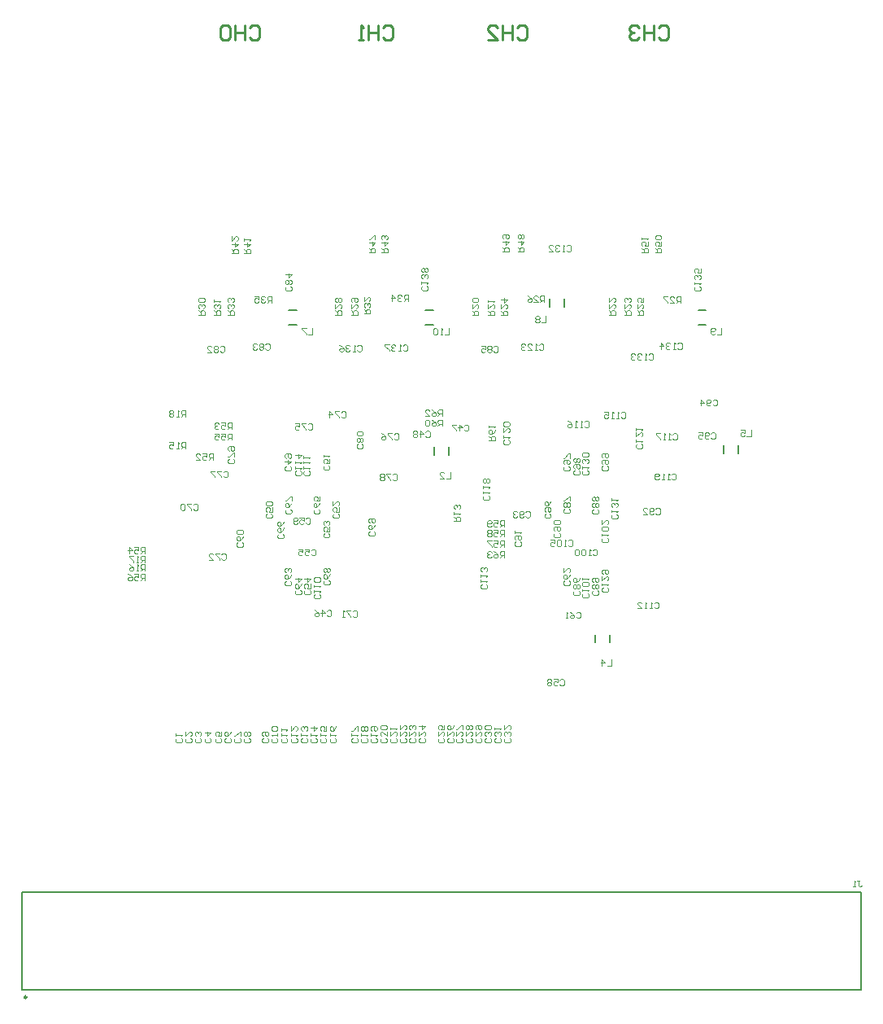
<source format=gbo>
%FSLAX44Y44*%
%MOMM*%
G71*
G01*
G75*
G04 Layer_Color=32896*
%ADD10C,0.2032*%
%ADD11R,1.6000X1.6000*%
%ADD12R,0.2800X0.8000*%
%ADD13R,0.8000X0.2800*%
%ADD14R,0.6000X0.6000*%
%ADD15R,0.6000X0.6000*%
%ADD16R,1.4000X1.0000*%
G04:AMPARAMS|DCode=17|XSize=0.5mm|YSize=0.6mm|CornerRadius=0.125mm|HoleSize=0mm|Usage=FLASHONLY|Rotation=0.000|XOffset=0mm|YOffset=0mm|HoleType=Round|Shape=RoundedRectangle|*
%AMROUNDEDRECTD17*
21,1,0.5000,0.3500,0,0,0.0*
21,1,0.2500,0.6000,0,0,0.0*
1,1,0.2500,0.1250,-0.1750*
1,1,0.2500,-0.1250,-0.1750*
1,1,0.2500,-0.1250,0.1750*
1,1,0.2500,0.1250,0.1750*
%
%ADD17ROUNDEDRECTD17*%
%ADD18R,2.6000X1.1000*%
G04:AMPARAMS|DCode=19|XSize=0.5mm|YSize=0.6mm|CornerRadius=0.125mm|HoleSize=0mm|Usage=FLASHONLY|Rotation=270.000|XOffset=0mm|YOffset=0mm|HoleType=Round|Shape=RoundedRectangle|*
%AMROUNDEDRECTD19*
21,1,0.5000,0.3500,0,0,270.0*
21,1,0.2500,0.6000,0,0,270.0*
1,1,0.2500,-0.1750,-0.1250*
1,1,0.2500,-0.1750,0.1250*
1,1,0.2500,0.1750,0.1250*
1,1,0.2500,0.1750,-0.1250*
%
%ADD19ROUNDEDRECTD19*%
%ADD20R,1.1000X1.3500*%
%ADD21R,1.0000X1.4000*%
%ADD22R,1.4000X1.1000*%
%ADD23R,1.1500X1.8000*%
%ADD24R,0.9500X0.3500*%
%ADD25R,0.3500X0.9500*%
%ADD26R,3.3000X3.3000*%
%ADD27R,0.6000X1.8000*%
%ADD28R,0.5000X2.0000*%
%ADD29R,1.1000X1.4000*%
%ADD30R,1.1500X1.7000*%
%ADD31R,3.3000X3.3000*%
%ADD32R,1.1000X2.6000*%
%ADD33R,1.7000X1.1500*%
%ADD34C,0.4500*%
%ADD35C,1.0000*%
%ADD36R,12.0500X2.0000*%
%ADD37R,1.8000X1.8000*%
%ADD38R,3.6800X1.2700*%
%ADD39C,0.2540*%
%ADD40C,0.1270*%
%ADD41C,0.5080*%
%ADD42C,0.1524*%
%ADD43C,0.3048*%
%ADD44C,0.5000*%
%ADD45C,1.2700*%
%ADD46C,0.3810*%
%ADD47C,1.6500*%
%ADD48C,1.4732*%
%ADD49C,1.2802*%
%ADD50C,0.9500*%
%ADD51R,2.0000X2.0000*%
%ADD52C,8.0000*%
%ADD53C,0.5080*%
%ADD54C,0.4928*%
%ADD55C,0.6600*%
%ADD56C,1.0160*%
%ADD57C,1.0080*%
%ADD58C,2.0580*%
%ADD59C,2.0320*%
%ADD60C,1.4580*%
%ADD61C,1.5580*%
%ADD62C,1.6764*%
%ADD63C,4.3180*%
%ADD64C,0.7620*%
%ADD65C,0.1000*%
%ADD66C,0.1016*%
%ADD67C,0.8380*%
%ADD68R,0.4064X2.1590*%
%ADD69R,18.0340X0.5080*%
%ADD70C,0.2500*%
%ADD71C,0.6000*%
%ADD72C,0.2000*%
%ADD73R,1.1200X1.1200*%
%ADD74R,2.3100X2.3100*%
%ADD75R,2.3100X2.3100*%
%ADD76R,1.6508X1.6508*%
%ADD77R,0.3308X0.8508*%
%ADD78R,0.8508X0.3308*%
%ADD79R,0.6508X0.6508*%
%ADD80R,0.6508X0.6508*%
%ADD81R,1.4508X1.0508*%
G04:AMPARAMS|DCode=82|XSize=0.5508mm|YSize=0.6508mm|CornerRadius=0.1504mm|HoleSize=0mm|Usage=FLASHONLY|Rotation=0.000|XOffset=0mm|YOffset=0mm|HoleType=Round|Shape=RoundedRectangle|*
%AMROUNDEDRECTD82*
21,1,0.5508,0.3500,0,0,0.0*
21,1,0.2500,0.6508,0,0,0.0*
1,1,0.3008,0.1250,-0.1750*
1,1,0.3008,-0.1250,-0.1750*
1,1,0.3008,-0.1250,0.1750*
1,1,0.3008,0.1250,0.1750*
%
%ADD82ROUNDEDRECTD82*%
%ADD83R,2.6508X1.1508*%
G04:AMPARAMS|DCode=84|XSize=0.5508mm|YSize=0.6508mm|CornerRadius=0.1504mm|HoleSize=0mm|Usage=FLASHONLY|Rotation=270.000|XOffset=0mm|YOffset=0mm|HoleType=Round|Shape=RoundedRectangle|*
%AMROUNDEDRECTD84*
21,1,0.5508,0.3500,0,0,270.0*
21,1,0.2500,0.6508,0,0,270.0*
1,1,0.3008,-0.1750,-0.1250*
1,1,0.3008,-0.1750,0.1250*
1,1,0.3008,0.1750,0.1250*
1,1,0.3008,0.1750,-0.1250*
%
%ADD84ROUNDEDRECTD84*%
%ADD85R,1.1508X1.4008*%
%ADD86R,1.0508X1.4508*%
%ADD87R,1.4508X1.1508*%
%ADD88R,1.2008X1.8508*%
%ADD89R,1.0008X0.4008*%
%ADD90R,0.4008X1.0008*%
%ADD91R,3.3508X3.3508*%
%ADD92R,0.6508X1.8508*%
%ADD93R,0.5508X2.0508*%
%ADD94R,1.1508X1.4508*%
%ADD95R,1.2008X1.7508*%
%ADD96R,3.3508X3.3508*%
%ADD97R,1.1508X2.6508*%
%ADD98R,1.7508X1.2008*%
%ADD99C,0.5008*%
%ADD100C,2.0000*%
%ADD101R,11.9992X1.9492*%
%ADD102R,1.8508X1.8508*%
%ADD103R,3.7308X1.3208*%
%ADD104C,1.0508*%
%ADD105C,1.7008*%
%ADD106C,1.5240*%
%ADD107C,0.0508*%
%ADD108C,8.0508*%
%ADD109R,0.4572X2.2098*%
%ADD110R,18.0848X0.5588*%
%ADD111C,0.1020*%
D39*
X675643Y1041396D02*
X678183Y1043935D01*
X683261D01*
X685800Y1041396D01*
Y1031239D01*
X683261Y1028700D01*
X678183D01*
X675643Y1031239D01*
X670565Y1043935D02*
Y1028700D01*
Y1036318D01*
X660408D01*
Y1043935D01*
Y1028700D01*
X655330Y1041396D02*
X652791Y1043935D01*
X647712D01*
X645173Y1041396D01*
Y1038857D01*
X647712Y1036318D01*
X650251D01*
X647712D01*
X645173Y1033778D01*
Y1031239D01*
X647712Y1028700D01*
X652791D01*
X655330Y1031239D01*
X528323Y1041396D02*
X530863Y1043935D01*
X535941D01*
X538480Y1041396D01*
Y1031239D01*
X535941Y1028700D01*
X530863D01*
X528323Y1031239D01*
X523245Y1043935D02*
Y1028700D01*
Y1036318D01*
X513088D01*
Y1043935D01*
Y1028700D01*
X497853D02*
X508010D01*
X497853Y1038857D01*
Y1041396D01*
X500392Y1043935D01*
X505471D01*
X508010Y1041396D01*
X388794D02*
X391333Y1043935D01*
X396412D01*
X398951Y1041396D01*
Y1031239D01*
X396412Y1028700D01*
X391333D01*
X388794Y1031239D01*
X383716Y1043935D02*
Y1028700D01*
Y1036318D01*
X373559D01*
Y1043935D01*
Y1028700D01*
X368481D02*
X363402D01*
X365942D01*
Y1043935D01*
X368481Y1041396D01*
X249685D02*
X252225Y1043935D01*
X257303D01*
X259842Y1041396D01*
Y1031239D01*
X257303Y1028700D01*
X252225D01*
X249685Y1031239D01*
X244607Y1043935D02*
Y1028700D01*
Y1036318D01*
X234450D01*
Y1043935D01*
Y1028700D01*
X229372Y1041396D02*
X226833Y1043935D01*
X221754D01*
X219215Y1041396D01*
Y1031239D01*
X221754Y1028700D01*
X226833D01*
X229372Y1031239D01*
Y1041396D01*
D70*
X17994Y32766D02*
G03*
X17994Y32766I-1250J0D01*
G01*
D72*
X457433Y596897D02*
Y604897D01*
X442433Y596897D02*
Y604897D01*
X758416Y598730D02*
Y606730D01*
X743416Y598730D02*
Y606730D01*
X717000Y732500D02*
X725000D01*
X717000Y747500D02*
X725000D01*
X291000Y732500D02*
X299000D01*
X291000Y747500D02*
X299000D01*
X12954Y40386D02*
X886714D01*
Y141986D01*
X12954D02*
X886714D01*
X12954Y40386D02*
Y141986D01*
X609688Y402016D02*
Y410016D01*
X624688Y402016D02*
Y410016D01*
X433000Y732500D02*
X441000D01*
X433000Y747500D02*
X441000D01*
X577500Y751000D02*
Y759000D01*
X562500Y751000D02*
Y759000D01*
D111*
X515112Y489966D02*
Y496564D01*
X511813D01*
X510713Y495464D01*
Y493265D01*
X511813Y492165D01*
X515112D01*
X512913D02*
X510713Y489966D01*
X504115Y496564D02*
X506315Y495464D01*
X508514Y493265D01*
Y491066D01*
X507415Y489966D01*
X505215D01*
X504115Y491066D01*
Y492165D01*
X505215Y493265D01*
X508514D01*
X501916Y495464D02*
X500817Y496564D01*
X498617D01*
X497518Y495464D01*
Y494365D01*
X498617Y493265D01*
X499717D01*
X498617D01*
X497518Y492165D01*
Y491066D01*
X498617Y489966D01*
X500817D01*
X501916Y491066D01*
X450342Y637286D02*
Y643884D01*
X447043D01*
X445943Y642784D01*
Y640585D01*
X447043Y639485D01*
X450342D01*
X448143D02*
X445943Y637286D01*
X439346Y643884D02*
X441545Y642784D01*
X443744Y640585D01*
Y638386D01*
X442645Y637286D01*
X440445D01*
X439346Y638386D01*
Y639485D01*
X440445Y640585D01*
X443744D01*
X432748Y637286D02*
X437146D01*
X432748Y641685D01*
Y642784D01*
X433847Y643884D01*
X436047D01*
X437146Y642784D01*
X499000Y612000D02*
X505598D01*
Y615299D01*
X504498Y616399D01*
X502299D01*
X501199Y615299D01*
Y612000D01*
Y614199D02*
X499000Y616399D01*
X505598Y622996D02*
X504498Y620797D01*
X502299Y618598D01*
X500100D01*
X499000Y619697D01*
Y621897D01*
X500100Y622996D01*
X501199D01*
X502299Y621897D01*
Y618598D01*
X499000Y625196D02*
Y627395D01*
Y626295D01*
X505598D01*
X504498Y625196D01*
X450342Y626872D02*
Y633470D01*
X447043D01*
X445943Y632370D01*
Y630171D01*
X447043Y629071D01*
X450342D01*
X448143D02*
X445943Y626872D01*
X439346Y633470D02*
X441545Y632370D01*
X443744Y630171D01*
Y627972D01*
X442645Y626872D01*
X440445D01*
X439346Y627972D01*
Y629071D01*
X440445Y630171D01*
X443744D01*
X437146Y632370D02*
X436047Y633470D01*
X433847D01*
X432748Y632370D01*
Y627972D01*
X433847Y626872D01*
X436047D01*
X437146Y627972D01*
Y632370D01*
X515112Y521970D02*
Y528568D01*
X511813D01*
X510713Y527468D01*
Y525269D01*
X511813Y524169D01*
X515112D01*
X512913D02*
X510713Y521970D01*
X504115Y528568D02*
X508514D01*
Y525269D01*
X506315Y526369D01*
X505215D01*
X504115Y525269D01*
Y523070D01*
X505215Y521970D01*
X507415D01*
X508514Y523070D01*
X501916D02*
X500817Y521970D01*
X498617D01*
X497518Y523070D01*
Y527468D01*
X498617Y528568D01*
X500817D01*
X501916Y527468D01*
Y526369D01*
X500817Y525269D01*
X497518D01*
X515112Y512064D02*
Y518662D01*
X511813D01*
X510713Y517562D01*
Y515363D01*
X511813Y514263D01*
X515112D01*
X512913D02*
X510713Y512064D01*
X504115Y518662D02*
X508514D01*
Y515363D01*
X506315Y516463D01*
X505215D01*
X504115Y515363D01*
Y513164D01*
X505215Y512064D01*
X507415D01*
X508514Y513164D01*
X501916Y517562D02*
X500817Y518662D01*
X498617D01*
X497518Y517562D01*
Y516463D01*
X498617Y515363D01*
X497518Y514263D01*
Y513164D01*
X498617Y512064D01*
X500817D01*
X501916Y513164D01*
Y514263D01*
X500817Y515363D01*
X501916Y516463D01*
Y517562D01*
X500817Y515363D02*
X498617D01*
X515112Y501142D02*
Y507740D01*
X511813D01*
X510713Y506640D01*
Y504441D01*
X511813Y503341D01*
X515112D01*
X512913D02*
X510713Y501142D01*
X504115Y507740D02*
X508514D01*
Y504441D01*
X506315Y505541D01*
X505215D01*
X504115Y504441D01*
Y502242D01*
X505215Y501142D01*
X507415D01*
X508514Y502242D01*
X501916Y507740D02*
X497518D01*
Y506640D01*
X501916Y502242D01*
Y501142D01*
X140970Y466344D02*
Y472942D01*
X137671D01*
X136571Y471842D01*
Y469643D01*
X137671Y468543D01*
X140970D01*
X138771D02*
X136571Y466344D01*
X129973Y472942D02*
X134372D01*
Y469643D01*
X132173Y470743D01*
X131073D01*
X129973Y469643D01*
Y467444D01*
X131073Y466344D01*
X133272D01*
X134372Y467444D01*
X123376Y472942D02*
X125575Y471842D01*
X127774Y469643D01*
Y467444D01*
X126675Y466344D01*
X124475D01*
X123376Y467444D01*
Y468543D01*
X124475Y469643D01*
X127774D01*
X231140Y612394D02*
Y618992D01*
X227841D01*
X226741Y617892D01*
Y615693D01*
X227841Y614593D01*
X231140D01*
X228941D02*
X226741Y612394D01*
X220144Y618992D02*
X224542D01*
Y615693D01*
X222343Y616793D01*
X221243D01*
X220144Y615693D01*
Y613494D01*
X221243Y612394D01*
X223442D01*
X224542Y613494D01*
X213546Y618992D02*
X217944D01*
Y615693D01*
X215745Y616793D01*
X214645D01*
X213546Y615693D01*
Y613494D01*
X214645Y612394D01*
X216845D01*
X217944Y613494D01*
X140970Y494284D02*
Y500882D01*
X137671D01*
X136571Y499782D01*
Y497583D01*
X137671Y496483D01*
X140970D01*
X138771D02*
X136571Y494284D01*
X129973Y500882D02*
X134372D01*
Y497583D01*
X132173Y498683D01*
X131073D01*
X129973Y497583D01*
Y495384D01*
X131073Y494284D01*
X133272D01*
X134372Y495384D01*
X124475Y494284D02*
Y500882D01*
X127774Y497583D01*
X123376D01*
X231140Y623570D02*
Y630168D01*
X227841D01*
X226741Y629068D01*
Y626869D01*
X227841Y625769D01*
X231140D01*
X228941D02*
X226741Y623570D01*
X220144Y630168D02*
X224542D01*
Y626869D01*
X222343Y627969D01*
X221243D01*
X220144Y626869D01*
Y624670D01*
X221243Y623570D01*
X223442D01*
X224542Y624670D01*
X217944Y629068D02*
X216845Y630168D01*
X214645D01*
X213546Y629068D01*
Y627969D01*
X214645Y626869D01*
X215745D01*
X214645D01*
X213546Y625769D01*
Y624670D01*
X214645Y623570D01*
X216845D01*
X217944Y624670D01*
X211836Y591566D02*
Y598164D01*
X208537D01*
X207437Y597064D01*
Y594865D01*
X208537Y593765D01*
X211836D01*
X209637D02*
X207437Y591566D01*
X200840Y598164D02*
X205238D01*
Y594865D01*
X203039Y595965D01*
X201939D01*
X200840Y594865D01*
Y592666D01*
X201939Y591566D01*
X204139D01*
X205238Y592666D01*
X194242Y591566D02*
X198640D01*
X194242Y595965D01*
Y597064D01*
X195341Y598164D01*
X197541D01*
X198640Y597064D01*
X140970Y485140D02*
Y491738D01*
X137671D01*
X136571Y490638D01*
Y488439D01*
X137671Y487339D01*
X140970D01*
X138771D02*
X136571Y485140D01*
X134372D02*
X132173D01*
X133272D01*
Y491738D01*
X134372Y490638D01*
X128874Y491738D02*
X124475D01*
Y490638D01*
X128874Y486240D01*
Y485140D01*
X140970Y476250D02*
Y482848D01*
X137671D01*
X136571Y481748D01*
Y479549D01*
X137671Y478449D01*
X140970D01*
X138771D02*
X136571Y476250D01*
X134372D02*
X132173D01*
X133272D01*
Y482848D01*
X134372Y481748D01*
X124475Y482848D02*
X126675Y481748D01*
X128874Y479549D01*
Y477350D01*
X127774Y476250D01*
X125575D01*
X124475Y477350D01*
Y478449D01*
X125575Y479549D01*
X128874D01*
X632116Y535005D02*
X633216Y533905D01*
Y531706D01*
X632116Y530606D01*
X627718D01*
X626618Y531706D01*
Y533905D01*
X627718Y535005D01*
X626618Y537204D02*
Y539403D01*
Y538303D01*
X633216D01*
X632116Y537204D01*
Y542702D02*
X633216Y543802D01*
Y546001D01*
X632116Y547101D01*
X631017D01*
X629917Y546001D01*
Y544901D01*
Y546001D01*
X628817Y547101D01*
X627718D01*
X626618Y546001D01*
Y543802D01*
X627718Y542702D01*
X626618Y549300D02*
Y551499D01*
Y550400D01*
X633216D01*
X632116Y549300D01*
X601636Y580471D02*
X602736Y579371D01*
Y577172D01*
X601636Y576072D01*
X597238D01*
X596138Y577172D01*
Y579371D01*
X597238Y580471D01*
X596138Y582670D02*
Y584869D01*
Y583769D01*
X602736D01*
X601636Y582670D01*
Y588168D02*
X602736Y589268D01*
Y591467D01*
X601636Y592567D01*
X600537D01*
X599437Y591467D01*
Y590367D01*
Y591467D01*
X598337Y592567D01*
X597238D01*
X596138Y591467D01*
Y589268D01*
X597238Y588168D01*
X601636Y594766D02*
X602736Y595866D01*
Y598065D01*
X601636Y599165D01*
X597238D01*
X596138Y598065D01*
Y595866D01*
X597238Y594766D01*
X601636D01*
X622464Y458805D02*
X623564Y457705D01*
Y455506D01*
X622464Y454406D01*
X618066D01*
X616966Y455506D01*
Y457705D01*
X618066Y458805D01*
X616966Y461004D02*
Y463203D01*
Y462104D01*
X623564D01*
X622464Y461004D01*
X616966Y470901D02*
Y466502D01*
X621365Y470901D01*
X622464D01*
X623564Y469801D01*
Y467602D01*
X622464Y466502D01*
X618066Y473100D02*
X616966Y474200D01*
Y476399D01*
X618066Y477499D01*
X622464D01*
X623564Y476399D01*
Y474200D01*
X622464Y473100D01*
X621365D01*
X620265Y474200D01*
Y477499D01*
X302678Y580217D02*
X303778Y579117D01*
Y576918D01*
X302678Y575818D01*
X298280D01*
X297180Y576918D01*
Y579117D01*
X298280Y580217D01*
X297180Y582416D02*
Y584615D01*
Y583516D01*
X303778D01*
X302678Y582416D01*
X297180Y587914D02*
Y590113D01*
Y589014D01*
X303778D01*
X302678Y587914D01*
X297180Y596711D02*
X303778D01*
X300479Y593412D01*
Y597811D01*
X311568Y580217D02*
X312668Y579117D01*
Y576918D01*
X311568Y575818D01*
X307170D01*
X306070Y576918D01*
Y579117D01*
X307170Y580217D01*
X306070Y582416D02*
Y584615D01*
Y583516D01*
X312668D01*
X311568Y582416D01*
X306070Y587914D02*
Y590113D01*
Y589014D01*
X312668D01*
X311568Y587914D01*
X306070Y593412D02*
Y595612D01*
Y594512D01*
X312668D01*
X311568Y593412D01*
X322490Y451693D02*
X323590Y450593D01*
Y448394D01*
X322490Y447294D01*
X318092D01*
X316992Y448394D01*
Y450593D01*
X318092Y451693D01*
X316992Y453892D02*
Y456091D01*
Y454991D01*
X323590D01*
X322490Y453892D01*
X316992Y459390D02*
Y461589D01*
Y460490D01*
X323590D01*
X322490Y459390D01*
Y464888D02*
X323590Y465988D01*
Y468187D01*
X322490Y469287D01*
X318092D01*
X316992Y468187D01*
Y465988D01*
X318092Y464888D01*
X322490D01*
X601890Y452709D02*
X602990Y451609D01*
Y449410D01*
X601890Y448310D01*
X597492D01*
X596392Y449410D01*
Y451609D01*
X597492Y452709D01*
X596392Y454908D02*
Y457107D01*
Y456007D01*
X602990D01*
X601890Y454908D01*
Y460406D02*
X602990Y461506D01*
Y463705D01*
X601890Y464805D01*
X597492D01*
X596392Y463705D01*
Y461506D01*
X597492Y460406D01*
X601890D01*
X596392Y467004D02*
Y469203D01*
Y468104D01*
X602990D01*
X601890Y467004D01*
X772000Y622598D02*
Y616000D01*
X767601D01*
X761003Y622598D02*
X765402D01*
Y619299D01*
X763203Y620399D01*
X762103D01*
X761003Y619299D01*
Y617100D01*
X762103Y616000D01*
X764303D01*
X765402Y617100D01*
X626618Y383788D02*
Y377190D01*
X622219D01*
X616721D02*
Y383788D01*
X620020Y380489D01*
X615621D01*
X459232Y578860D02*
Y572262D01*
X454833D01*
X448236D02*
X452634D01*
X448236Y576661D01*
Y577760D01*
X449335Y578860D01*
X451535D01*
X452634Y577760D01*
X658024Y608157D02*
X659124Y607057D01*
Y604858D01*
X658024Y603758D01*
X653626D01*
X652526Y604858D01*
Y607057D01*
X653626Y608157D01*
X652526Y610356D02*
Y612555D01*
Y611455D01*
X659124D01*
X658024Y610356D01*
X652526Y620253D02*
Y615854D01*
X656925Y620253D01*
X658024D01*
X659124Y619153D01*
Y616954D01*
X658024Y615854D01*
X652526Y622452D02*
Y624651D01*
Y623552D01*
X659124D01*
X658024Y622452D01*
X519498Y612399D02*
X520598Y611299D01*
Y609100D01*
X519498Y608000D01*
X515100D01*
X514000Y609100D01*
Y611299D01*
X515100Y612399D01*
X514000Y614598D02*
Y616797D01*
Y615698D01*
X520598D01*
X519498Y614598D01*
X514000Y624495D02*
Y620096D01*
X518399Y624495D01*
X519498D01*
X520598Y623395D01*
Y621196D01*
X519498Y620096D01*
Y626694D02*
X520598Y627794D01*
Y629993D01*
X519498Y631093D01*
X515100D01*
X514000Y629993D01*
Y627794D01*
X515100Y626694D01*
X519498D01*
X520610Y302341D02*
X521710Y301241D01*
Y299042D01*
X520610Y297942D01*
X516212D01*
X515112Y299042D01*
Y301241D01*
X516212Y302341D01*
X520610Y304540D02*
X521710Y305639D01*
Y307839D01*
X520610Y308939D01*
X519511D01*
X518411Y307839D01*
Y306739D01*
Y307839D01*
X517311Y308939D01*
X516212D01*
X515112Y307839D01*
Y305639D01*
X516212Y304540D01*
X515112Y315536D02*
Y311138D01*
X519511Y315536D01*
X520610D01*
X521710Y314437D01*
Y312237D01*
X520610Y311138D01*
X510498Y302399D02*
X511598Y301299D01*
Y299100D01*
X510498Y298000D01*
X506100D01*
X505000Y299100D01*
Y301299D01*
X506100Y302399D01*
X510498Y304598D02*
X511598Y305697D01*
Y307897D01*
X510498Y308997D01*
X509399D01*
X508299Y307897D01*
Y306797D01*
Y307897D01*
X507199Y308997D01*
X506100D01*
X505000Y307897D01*
Y305697D01*
X506100Y304598D01*
X505000Y311196D02*
Y313395D01*
Y312295D01*
X511598D01*
X510498Y311196D01*
X581833Y507402D02*
X582933Y508502D01*
X585132D01*
X586232Y507402D01*
Y503004D01*
X585132Y501904D01*
X582933D01*
X581833Y503004D01*
X579634Y501904D02*
X577435D01*
X578535D01*
Y508502D01*
X579634Y507402D01*
X574136D02*
X573036Y508502D01*
X570837D01*
X569737Y507402D01*
Y503004D01*
X570837Y501904D01*
X573036D01*
X574136Y503004D01*
Y507402D01*
X563139Y508502D02*
X567538D01*
Y505203D01*
X565339Y506303D01*
X564239D01*
X563139Y505203D01*
Y503004D01*
X564239Y501904D01*
X566438D01*
X567538Y503004D01*
X622210Y510367D02*
X623310Y509267D01*
Y507068D01*
X622210Y505968D01*
X617812D01*
X616712Y507068D01*
Y509267D01*
X617812Y510367D01*
X616712Y512566D02*
Y514765D01*
Y513666D01*
X623310D01*
X622210Y512566D01*
Y518064D02*
X623310Y519164D01*
Y521363D01*
X622210Y522463D01*
X617812D01*
X616712Y521363D01*
Y519164D01*
X617812Y518064D01*
X622210D01*
X616712Y529061D02*
Y524662D01*
X621111Y529061D01*
X622210D01*
X623310Y527961D01*
Y525762D01*
X622210Y524662D01*
X607487Y497750D02*
X608587Y498850D01*
X610786D01*
X611886Y497750D01*
Y493352D01*
X610786Y492252D01*
X608587D01*
X607487Y493352D01*
X605288Y492252D02*
X603089D01*
X604188D01*
Y498850D01*
X605288Y497750D01*
X599790D02*
X598690Y498850D01*
X596491D01*
X595391Y497750D01*
Y493352D01*
X596491Y492252D01*
X598690D01*
X599790Y493352D01*
Y497750D01*
X593192D02*
X592092Y498850D01*
X589893D01*
X588793Y497750D01*
Y493352D01*
X589893Y492252D01*
X592092D01*
X593192Y493352D01*
Y497750D01*
X622210Y585297D02*
X623310Y584197D01*
Y581998D01*
X622210Y580898D01*
X617812D01*
X616712Y581998D01*
Y584197D01*
X617812Y585297D01*
Y587496D02*
X616712Y588596D01*
Y590795D01*
X617812Y591894D01*
X622210D01*
X623310Y590795D01*
Y588596D01*
X622210Y587496D01*
X621111D01*
X620011Y588596D01*
Y591894D01*
X617812Y594094D02*
X616712Y595193D01*
Y597393D01*
X617812Y598492D01*
X622210D01*
X623310Y597393D01*
Y595193D01*
X622210Y594094D01*
X621111D01*
X620011Y595193D01*
Y598492D01*
X592746Y580471D02*
X593846Y579371D01*
Y577172D01*
X592746Y576072D01*
X588348D01*
X587248Y577172D01*
Y579371D01*
X588348Y580471D01*
Y582670D02*
X587248Y583769D01*
Y585969D01*
X588348Y587068D01*
X592746D01*
X593846Y585969D01*
Y583769D01*
X592746Y582670D01*
X591647D01*
X590547Y583769D01*
Y587068D01*
X592746Y589268D02*
X593846Y590367D01*
Y592567D01*
X592746Y593666D01*
X591647D01*
X590547Y592567D01*
X589447Y593666D01*
X588348D01*
X587248Y592567D01*
Y590367D01*
X588348Y589268D01*
X589447D01*
X590547Y590367D01*
X591647Y589268D01*
X592746D01*
X590547Y590367D02*
Y592567D01*
X582078Y584789D02*
X583178Y583689D01*
Y581490D01*
X582078Y580390D01*
X577680D01*
X576580Y581490D01*
Y583689D01*
X577680Y584789D01*
Y586988D02*
X576580Y588088D01*
Y590287D01*
X577680Y591386D01*
X582078D01*
X583178Y590287D01*
Y588088D01*
X582078Y586988D01*
X580979D01*
X579879Y588088D01*
Y591386D01*
X583178Y593586D02*
Y597984D01*
X582078D01*
X577680Y593586D01*
X576580D01*
X562520Y535513D02*
X563620Y534413D01*
Y532214D01*
X562520Y531114D01*
X558122D01*
X557022Y532214D01*
Y534413D01*
X558122Y535513D01*
Y537712D02*
X557022Y538811D01*
Y541011D01*
X558122Y542110D01*
X562520D01*
X563620Y541011D01*
Y538811D01*
X562520Y537712D01*
X561421D01*
X560321Y538811D01*
Y542110D01*
X563620Y548708D02*
X562520Y546509D01*
X560321Y544310D01*
X558122D01*
X557022Y545409D01*
Y547609D01*
X558122Y548708D01*
X559221D01*
X560321Y547609D01*
Y544310D01*
X730423Y618908D02*
X731523Y620008D01*
X733722D01*
X734822Y618908D01*
Y614510D01*
X733722Y613410D01*
X731523D01*
X730423Y614510D01*
X728224D02*
X727124Y613410D01*
X724925D01*
X723826Y614510D01*
Y618908D01*
X724925Y620008D01*
X727124D01*
X728224Y618908D01*
Y617809D01*
X727124Y616709D01*
X723826D01*
X717228Y620008D02*
X721626D01*
Y616709D01*
X719427Y617809D01*
X718327D01*
X717228Y616709D01*
Y614510D01*
X718327Y613410D01*
X720527D01*
X721626Y614510D01*
X732201Y653452D02*
X733301Y654552D01*
X735500D01*
X736600Y653452D01*
Y649054D01*
X735500Y647954D01*
X733301D01*
X732201Y649054D01*
X730002D02*
X728903Y647954D01*
X726703D01*
X725603Y649054D01*
Y653452D01*
X726703Y654552D01*
X728903D01*
X730002Y653452D01*
Y652353D01*
X728903Y651253D01*
X725603D01*
X720105Y647954D02*
Y654552D01*
X723404Y651253D01*
X719006D01*
X537383Y537374D02*
X538483Y538474D01*
X540682D01*
X541782Y537374D01*
Y532976D01*
X540682Y531876D01*
X538483D01*
X537383Y532976D01*
X535184D02*
X534085Y531876D01*
X531885D01*
X530785Y532976D01*
Y537374D01*
X531885Y538474D01*
X534085D01*
X535184Y537374D01*
Y536275D01*
X534085Y535175D01*
X530785D01*
X528586Y537374D02*
X527487Y538474D01*
X525287D01*
X524188Y537374D01*
Y536275D01*
X525287Y535175D01*
X526387D01*
X525287D01*
X524188Y534075D01*
Y532976D01*
X525287Y531876D01*
X527487D01*
X528586Y532976D01*
X672798Y540509D02*
X673898Y541609D01*
X676097D01*
X677197Y540509D01*
Y536111D01*
X676097Y535011D01*
X673898D01*
X672798Y536111D01*
X670599D02*
X669500Y535011D01*
X667300D01*
X666200Y536111D01*
Y540509D01*
X667300Y541609D01*
X669500D01*
X670599Y540509D01*
Y539410D01*
X669500Y538310D01*
X666200D01*
X659603Y535011D02*
X664001D01*
X659603Y539410D01*
Y540509D01*
X660702Y541609D01*
X662902D01*
X664001Y540509D01*
X531532Y506557D02*
X532632Y505457D01*
Y503258D01*
X531532Y502158D01*
X527134D01*
X526034Y503258D01*
Y505457D01*
X527134Y506557D01*
Y508756D02*
X526034Y509855D01*
Y512055D01*
X527134Y513154D01*
X531532D01*
X532632Y512055D01*
Y509855D01*
X531532Y508756D01*
X530433D01*
X529333Y509855D01*
Y513154D01*
X526034Y515354D02*
Y517553D01*
Y516453D01*
X532632D01*
X531532Y515354D01*
X572172Y515701D02*
X573272Y514601D01*
Y512402D01*
X572172Y511302D01*
X567774D01*
X566674Y512402D01*
Y514601D01*
X567774Y515701D01*
Y517900D02*
X566674Y518999D01*
Y521199D01*
X567774Y522299D01*
X572172D01*
X573272Y521199D01*
Y518999D01*
X572172Y517900D01*
X571073D01*
X569973Y518999D01*
Y522299D01*
X572172Y524498D02*
X573272Y525597D01*
Y527797D01*
X572172Y528896D01*
X567774D01*
X566674Y527797D01*
Y525597D01*
X567774Y524498D01*
X572172D01*
X612304Y455757D02*
X613404Y454657D01*
Y452458D01*
X612304Y451358D01*
X607906D01*
X606806Y452458D01*
Y454657D01*
X607906Y455757D01*
X612304Y457956D02*
X613404Y459055D01*
Y461255D01*
X612304Y462355D01*
X611205D01*
X610105Y461255D01*
X609005Y462355D01*
X607906D01*
X606806Y461255D01*
Y459055D01*
X607906Y457956D01*
X609005D01*
X610105Y459055D01*
X611205Y457956D01*
X612304D01*
X610105Y459055D02*
Y461255D01*
X607906Y464554D02*
X606806Y465653D01*
Y467853D01*
X607906Y468952D01*
X612304D01*
X613404Y467853D01*
Y465653D01*
X612304Y464554D01*
X611205D01*
X610105Y465653D01*
Y468952D01*
X612304Y540085D02*
X613404Y538985D01*
Y536786D01*
X612304Y535686D01*
X607906D01*
X606806Y536786D01*
Y538985D01*
X607906Y540085D01*
X612304Y542284D02*
X613404Y543383D01*
Y545583D01*
X612304Y546683D01*
X611205D01*
X610105Y545583D01*
X609005Y546683D01*
X607906D01*
X606806Y545583D01*
Y543383D01*
X607906Y542284D01*
X609005D01*
X610105Y543383D01*
X611205Y542284D01*
X612304D01*
X610105Y543383D02*
Y545583D01*
X612304Y548882D02*
X613404Y549981D01*
Y552181D01*
X612304Y553280D01*
X611205D01*
X610105Y552181D01*
X609005Y553280D01*
X607906D01*
X606806Y552181D01*
Y549981D01*
X607906Y548882D01*
X609005D01*
X610105Y549981D01*
X611205Y548882D01*
X612304D01*
X610105Y549981D02*
Y552181D01*
X582332Y540593D02*
X583432Y539493D01*
Y537294D01*
X582332Y536194D01*
X577934D01*
X576834Y537294D01*
Y539493D01*
X577934Y540593D01*
X582332Y542792D02*
X583432Y543891D01*
Y546091D01*
X582332Y547191D01*
X581233D01*
X580133Y546091D01*
X579033Y547191D01*
X577934D01*
X576834Y546091D01*
Y543891D01*
X577934Y542792D01*
X579033D01*
X580133Y543891D01*
X581233Y542792D01*
X582332D01*
X580133Y543891D02*
Y546091D01*
X583432Y549390D02*
Y553788D01*
X582332D01*
X577934Y549390D01*
X576834D01*
X592492Y455503D02*
X593592Y454403D01*
Y452204D01*
X592492Y451104D01*
X588094D01*
X586994Y452204D01*
Y454403D01*
X588094Y455503D01*
X592492Y457702D02*
X593592Y458801D01*
Y461001D01*
X592492Y462100D01*
X591393D01*
X590293Y461001D01*
X589193Y462100D01*
X588094D01*
X586994Y461001D01*
Y458801D01*
X588094Y457702D01*
X589193D01*
X590293Y458801D01*
X591393Y457702D01*
X592492D01*
X590293Y458801D02*
Y461001D01*
X593592Y468698D02*
X592492Y466499D01*
X590293Y464300D01*
X588094D01*
X586994Y465399D01*
Y467599D01*
X588094Y468698D01*
X589193D01*
X590293Y467599D01*
Y464300D01*
X366940Y608157D02*
X368040Y607057D01*
Y604858D01*
X366940Y603758D01*
X362542D01*
X361442Y604858D01*
Y607057D01*
X362542Y608157D01*
X366940Y610356D02*
X368040Y611455D01*
Y613655D01*
X366940Y614754D01*
X365841D01*
X364741Y613655D01*
X363641Y614754D01*
X362542D01*
X361442Y613655D01*
Y611455D01*
X362542Y610356D01*
X363641D01*
X364741Y611455D01*
X365841Y610356D01*
X366940D01*
X364741Y611455D02*
Y613655D01*
X366940Y616954D02*
X368040Y618053D01*
Y620253D01*
X366940Y621352D01*
X362542D01*
X361442Y620253D01*
Y618053D01*
X362542Y616954D01*
X366940D01*
X232828Y592409D02*
X233928Y591309D01*
Y589110D01*
X232828Y588010D01*
X228430D01*
X227330Y589110D01*
Y591309D01*
X228430Y592409D01*
X233928Y594608D02*
Y599007D01*
X232828D01*
X228430Y594608D01*
X227330D01*
X228430Y601206D02*
X227330Y602305D01*
Y604505D01*
X228430Y605604D01*
X232828D01*
X233928Y604505D01*
Y602305D01*
X232828Y601206D01*
X231729D01*
X230629Y602305D01*
Y605604D01*
X191435Y544994D02*
X192535Y546094D01*
X194734D01*
X195834Y544994D01*
Y540596D01*
X194734Y539496D01*
X192535D01*
X191435Y540596D01*
X189236Y546094D02*
X184837D01*
Y544994D01*
X189236Y540596D01*
Y539496D01*
X182638Y544994D02*
X181539Y546094D01*
X179339D01*
X178240Y544994D01*
Y540596D01*
X179339Y539496D01*
X181539D01*
X182638Y540596D01*
Y544994D01*
X379498Y517399D02*
X380598Y516299D01*
Y514100D01*
X379498Y513000D01*
X375100D01*
X374000Y514100D01*
Y516299D01*
X375100Y517399D01*
X380598Y523997D02*
X379498Y521797D01*
X377299Y519598D01*
X375100D01*
X374000Y520698D01*
Y522897D01*
X375100Y523997D01*
X376199D01*
X377299Y522897D01*
Y519598D01*
X375100Y526196D02*
X374000Y527295D01*
Y529495D01*
X375100Y530594D01*
X379498D01*
X380598Y529495D01*
Y527295D01*
X379498Y526196D01*
X378399D01*
X377299Y527295D01*
Y530594D01*
X332396Y466171D02*
X333496Y465071D01*
Y462872D01*
X332396Y461772D01*
X327998D01*
X326898Y462872D01*
Y465071D01*
X327998Y466171D01*
X333496Y472769D02*
X332396Y470569D01*
X330197Y468370D01*
X327998D01*
X326898Y469469D01*
Y471669D01*
X327998Y472769D01*
X329097D01*
X330197Y471669D01*
Y468370D01*
X332396Y474968D02*
X333496Y476067D01*
Y478267D01*
X332396Y479366D01*
X331297D01*
X330197Y478267D01*
X329097Y479366D01*
X327998D01*
X326898Y478267D01*
Y476067D01*
X327998Y474968D01*
X329097D01*
X330197Y476067D01*
X331297Y474968D01*
X332396D01*
X330197Y476067D02*
Y478267D01*
X292518Y540339D02*
X293618Y539239D01*
Y537040D01*
X292518Y535940D01*
X288120D01*
X287020Y537040D01*
Y539239D01*
X288120Y540339D01*
X293618Y546936D02*
X292518Y544737D01*
X290319Y542538D01*
X288120D01*
X287020Y543638D01*
Y545837D01*
X288120Y546936D01*
X289219D01*
X290319Y545837D01*
Y542538D01*
X293618Y549136D02*
Y553534D01*
X292518D01*
X288120Y549136D01*
X287020D01*
X284498Y514399D02*
X285598Y513299D01*
Y511100D01*
X284498Y510000D01*
X280100D01*
X279000Y511100D01*
Y513299D01*
X280100Y514399D01*
X285598Y520997D02*
X284498Y518797D01*
X282299Y516598D01*
X280100D01*
X279000Y517697D01*
Y519897D01*
X280100Y520997D01*
X281199D01*
X282299Y519897D01*
Y516598D01*
X285598Y527594D02*
X284498Y525395D01*
X282299Y523196D01*
X280100D01*
X279000Y524295D01*
Y526495D01*
X280100Y527594D01*
X281199D01*
X282299Y526495D01*
Y523196D01*
X321982Y540339D02*
X323082Y539239D01*
Y537040D01*
X321982Y535940D01*
X317584D01*
X316484Y537040D01*
Y539239D01*
X317584Y540339D01*
X323082Y546936D02*
X321982Y544737D01*
X319783Y542538D01*
X317584D01*
X316484Y543638D01*
Y545837D01*
X317584Y546936D01*
X318683D01*
X319783Y545837D01*
Y542538D01*
X323082Y553534D02*
Y549136D01*
X319783D01*
X320883Y551335D01*
Y552435D01*
X319783Y553534D01*
X317584D01*
X316484Y552435D01*
Y550235D01*
X317584Y549136D01*
X302678Y456011D02*
X303778Y454911D01*
Y452712D01*
X302678Y451612D01*
X298280D01*
X297180Y452712D01*
Y454911D01*
X298280Y456011D01*
X303778Y462608D02*
X302678Y460409D01*
X300479Y458210D01*
X298280D01*
X297180Y459310D01*
Y461509D01*
X298280Y462608D01*
X299379D01*
X300479Y461509D01*
Y458210D01*
X297180Y468107D02*
X303778D01*
X300479Y464808D01*
Y469206D01*
X292264Y465663D02*
X293364Y464563D01*
Y462364D01*
X292264Y461264D01*
X287866D01*
X286766Y462364D01*
Y464563D01*
X287866Y465663D01*
X293364Y472261D02*
X292264Y470061D01*
X290065Y467862D01*
X287866D01*
X286766Y468961D01*
Y471161D01*
X287866Y472261D01*
X288965D01*
X290065Y471161D01*
Y467862D01*
X292264Y474460D02*
X293364Y475559D01*
Y477759D01*
X292264Y478858D01*
X291165D01*
X290065Y477759D01*
Y476659D01*
Y477759D01*
X288965Y478858D01*
X287866D01*
X286766Y477759D01*
Y475559D01*
X287866Y474460D01*
X582332Y465917D02*
X583432Y464817D01*
Y462618D01*
X582332Y461518D01*
X577934D01*
X576834Y462618D01*
Y464817D01*
X577934Y465917D01*
X583432Y472514D02*
X582332Y470315D01*
X580133Y468116D01*
X577934D01*
X576834Y469216D01*
Y471415D01*
X577934Y472514D01*
X579033D01*
X580133Y471415D01*
Y468116D01*
X576834Y479112D02*
Y474714D01*
X581233Y479112D01*
X582332D01*
X583432Y478013D01*
Y475813D01*
X582332Y474714D01*
X589961Y432472D02*
X591061Y433572D01*
X593260D01*
X594360Y432472D01*
Y428074D01*
X593260Y426974D01*
X591061D01*
X589961Y428074D01*
X583363Y433572D02*
X585563Y432472D01*
X587762Y430273D01*
Y428074D01*
X586662Y426974D01*
X584463D01*
X583363Y428074D01*
Y429173D01*
X584463Y430273D01*
X587762D01*
X581164Y426974D02*
X578965D01*
X580065D01*
Y433572D01*
X581164Y432472D01*
X241972Y505795D02*
X243072Y504695D01*
Y502496D01*
X241972Y501396D01*
X237574D01*
X236474Y502496D01*
Y504695D01*
X237574Y505795D01*
X243072Y512393D02*
X241972Y510193D01*
X239773Y507994D01*
X237574D01*
X236474Y509094D01*
Y511293D01*
X237574Y512393D01*
X238673D01*
X239773Y511293D01*
Y507994D01*
X241972Y514592D02*
X243072Y515691D01*
Y517891D01*
X241972Y518990D01*
X237574D01*
X236474Y517891D01*
Y515691D01*
X237574Y514592D01*
X241972D01*
X308601Y530498D02*
X309701Y531598D01*
X311900D01*
X313000Y530498D01*
Y526100D01*
X311900Y525000D01*
X309701D01*
X308601Y526100D01*
X302003Y531598D02*
X306402D01*
Y528299D01*
X304203Y529399D01*
X303103D01*
X302003Y528299D01*
Y526100D01*
X303103Y525000D01*
X305303D01*
X306402Y526100D01*
X299804D02*
X298705Y525000D01*
X296505D01*
X295406Y526100D01*
Y530498D01*
X296505Y531598D01*
X298705D01*
X299804Y530498D01*
Y529399D01*
X298705Y528299D01*
X295406D01*
X572943Y362368D02*
X574043Y363468D01*
X576242D01*
X577342Y362368D01*
Y357970D01*
X576242Y356870D01*
X574043D01*
X572943Y357970D01*
X566345Y363468D02*
X570744D01*
Y360169D01*
X568545Y361269D01*
X567445D01*
X566345Y360169D01*
Y357970D01*
X567445Y356870D01*
X569645D01*
X570744Y357970D01*
X564146Y362368D02*
X563047Y363468D01*
X560847D01*
X559748Y362368D01*
Y361269D01*
X560847Y360169D01*
X559748Y359069D01*
Y357970D01*
X560847Y356870D01*
X563047D01*
X564146Y357970D01*
Y359069D01*
X563047Y360169D01*
X564146Y361269D01*
Y362368D01*
X563047Y360169D02*
X560847D01*
X314117Y497750D02*
X315217Y498850D01*
X317416D01*
X318516Y497750D01*
Y493352D01*
X317416Y492252D01*
X315217D01*
X314117Y493352D01*
X307519Y498850D02*
X311918D01*
Y495551D01*
X309719Y496651D01*
X308619D01*
X307519Y495551D01*
Y493352D01*
X308619Y492252D01*
X310819D01*
X311918Y493352D01*
X300922Y498850D02*
X305320D01*
Y495551D01*
X303121Y496651D01*
X302021D01*
X300922Y495551D01*
Y493352D01*
X302021Y492252D01*
X304221D01*
X305320Y493352D01*
X312330Y456011D02*
X313430Y454911D01*
Y452712D01*
X312330Y451612D01*
X307932D01*
X306832Y452712D01*
Y454911D01*
X307932Y456011D01*
X313430Y462608D02*
Y458210D01*
X310131D01*
X311231Y460409D01*
Y461509D01*
X310131Y462608D01*
X307932D01*
X306832Y461509D01*
Y459310D01*
X307932Y458210D01*
X306832Y468107D02*
X313430D01*
X310131Y464808D01*
Y469206D01*
X332142Y515193D02*
X333242Y514093D01*
Y511894D01*
X332142Y510794D01*
X327744D01*
X326644Y511894D01*
Y514093D01*
X327744Y515193D01*
X333242Y521791D02*
Y517392D01*
X329943D01*
X331043Y519591D01*
Y520691D01*
X329943Y521791D01*
X327744D01*
X326644Y520691D01*
Y518492D01*
X327744Y517392D01*
X332142Y523990D02*
X333242Y525089D01*
Y527289D01*
X332142Y528388D01*
X331043D01*
X329943Y527289D01*
Y526189D01*
Y527289D01*
X328843Y528388D01*
X327744D01*
X326644Y527289D01*
Y525089D01*
X327744Y523990D01*
X342048Y535513D02*
X343148Y534413D01*
Y532214D01*
X342048Y531114D01*
X337650D01*
X336550Y532214D01*
Y534413D01*
X337650Y535513D01*
X343148Y542110D02*
Y537712D01*
X339849D01*
X340949Y539911D01*
Y541011D01*
X339849Y542110D01*
X337650D01*
X336550Y541011D01*
Y538811D01*
X337650Y537712D01*
X336550Y548708D02*
Y544310D01*
X340949Y548708D01*
X342048D01*
X343148Y547609D01*
Y545409D01*
X342048Y544310D01*
X332142Y585805D02*
X333242Y584705D01*
Y582506D01*
X332142Y581406D01*
X327744D01*
X326644Y582506D01*
Y584705D01*
X327744Y585805D01*
X333242Y592402D02*
Y588004D01*
X329943D01*
X331043Y590203D01*
Y591303D01*
X329943Y592402D01*
X327744D01*
X326644Y591303D01*
Y589104D01*
X327744Y588004D01*
X326644Y594602D02*
Y596801D01*
Y595701D01*
X333242D01*
X332142Y594602D01*
X272198Y535513D02*
X273298Y534413D01*
Y532214D01*
X272198Y531114D01*
X267800D01*
X266700Y532214D01*
Y534413D01*
X267800Y535513D01*
X273298Y542110D02*
Y537712D01*
X269999D01*
X271099Y539911D01*
Y541011D01*
X269999Y542110D01*
X267800D01*
X266700Y541011D01*
Y538811D01*
X267800Y537712D01*
X272198Y544310D02*
X273298Y545409D01*
Y547609D01*
X272198Y548708D01*
X267800D01*
X266700Y547609D01*
Y545409D01*
X267800Y544310D01*
X272198D01*
X292264Y584789D02*
X293364Y583689D01*
Y581490D01*
X292264Y580390D01*
X287866D01*
X286766Y581490D01*
Y583689D01*
X287866Y584789D01*
X286766Y590287D02*
X293364D01*
X290065Y586988D01*
Y591386D01*
X287866Y593586D02*
X286766Y594685D01*
Y596885D01*
X287866Y597984D01*
X292264D01*
X293364Y596885D01*
Y594685D01*
X292264Y593586D01*
X291165D01*
X290065Y594685D01*
Y597984D01*
X433276Y620773D02*
X434376Y621873D01*
X436575D01*
X437675Y620773D01*
Y616375D01*
X436575Y615275D01*
X434376D01*
X433276Y616375D01*
X427778Y615275D02*
Y621873D01*
X431077Y618574D01*
X426679D01*
X424479Y620773D02*
X423380Y621873D01*
X421180D01*
X420081Y620773D01*
Y619674D01*
X421180Y618574D01*
X420081Y617474D01*
Y616375D01*
X421180Y615275D01*
X423380D01*
X424479Y616375D01*
Y617474D01*
X423380Y618574D01*
X424479Y619674D01*
Y620773D01*
X423380Y618574D02*
X421180D01*
X473629Y627290D02*
X474729Y628390D01*
X476928D01*
X478028Y627290D01*
Y622892D01*
X476928Y621792D01*
X474729D01*
X473629Y622892D01*
X468131Y621792D02*
Y628390D01*
X471430Y625091D01*
X467032D01*
X464832Y628390D02*
X460434D01*
Y627290D01*
X464832Y622892D01*
Y621792D01*
X330627Y434504D02*
X331727Y435604D01*
X333926D01*
X335026Y434504D01*
Y430106D01*
X333926Y429006D01*
X331727D01*
X330627Y430106D01*
X325129Y429006D02*
Y435604D01*
X328428Y432305D01*
X324030D01*
X317432Y435604D02*
X319631Y434504D01*
X321830Y432305D01*
Y430106D01*
X320731Y429006D01*
X318531D01*
X317432Y430106D01*
Y431205D01*
X318531Y432305D01*
X321830D01*
X658114Y807466D02*
X664712D01*
Y810765D01*
X663612Y811865D01*
X661413D01*
X660313Y810765D01*
Y807466D01*
Y809665D02*
X658114Y811865D01*
X664712Y818463D02*
Y814064D01*
X661413D01*
X662513Y816263D01*
Y817363D01*
X661413Y818463D01*
X659214D01*
X658114Y817363D01*
Y815163D01*
X659214Y814064D01*
X658114Y820662D02*
Y822861D01*
Y821761D01*
X664712D01*
X663612Y820662D01*
X672084Y807466D02*
X678682D01*
Y810765D01*
X677582Y811865D01*
X675383D01*
X674283Y810765D01*
Y807466D01*
Y809665D02*
X672084Y811865D01*
X678682Y818463D02*
Y814064D01*
X675383D01*
X676483Y816263D01*
Y817363D01*
X675383Y818463D01*
X673184D01*
X672084Y817363D01*
Y815163D01*
X673184Y814064D01*
X677582Y820662D02*
X678682Y821761D01*
Y823961D01*
X677582Y825060D01*
X673184D01*
X672084Y823961D01*
Y821761D01*
X673184Y820662D01*
X677582D01*
X513080Y808482D02*
X519678D01*
Y811781D01*
X518578Y812881D01*
X516379D01*
X515279Y811781D01*
Y808482D01*
Y810681D02*
X513080Y812881D01*
Y818379D02*
X519678D01*
X516379Y815080D01*
Y819479D01*
X514180Y821678D02*
X513080Y822777D01*
Y824977D01*
X514180Y826076D01*
X518578D01*
X519678Y824977D01*
Y822777D01*
X518578Y821678D01*
X517479D01*
X516379Y822777D01*
Y826076D01*
X529082Y808482D02*
X535680D01*
Y811781D01*
X534580Y812881D01*
X532381D01*
X531281Y811781D01*
Y808482D01*
Y810681D02*
X529082Y812881D01*
Y818379D02*
X535680D01*
X532381Y815080D01*
Y819479D01*
X534580Y821678D02*
X535680Y822777D01*
Y824977D01*
X534580Y826076D01*
X533481D01*
X532381Y824977D01*
X531281Y826076D01*
X530182D01*
X529082Y824977D01*
Y822777D01*
X530182Y821678D01*
X531281D01*
X532381Y822777D01*
X533481Y821678D01*
X534580D01*
X532381Y822777D02*
Y824977D01*
X374142Y807466D02*
X380740D01*
Y810765D01*
X379640Y811865D01*
X377441D01*
X376341Y810765D01*
Y807466D01*
Y809665D02*
X374142Y811865D01*
Y817363D02*
X380740D01*
X377441Y814064D01*
Y818463D01*
X380740Y820662D02*
Y825060D01*
X379640D01*
X375242Y820662D01*
X374142D01*
X387096Y807466D02*
X393694D01*
Y810765D01*
X392594Y811865D01*
X390395D01*
X389295Y810765D01*
Y807466D01*
Y809665D02*
X387096Y811865D01*
Y817363D02*
X393694D01*
X390395Y814064D01*
Y818463D01*
X392594Y820662D02*
X393694Y821761D01*
Y823961D01*
X392594Y825060D01*
X391495D01*
X390395Y823961D01*
Y822861D01*
Y823961D01*
X389295Y825060D01*
X388196D01*
X387096Y823961D01*
Y821761D01*
X388196Y820662D01*
X231140Y806450D02*
X237738D01*
Y809749D01*
X236638Y810849D01*
X234439D01*
X233339Y809749D01*
Y806450D01*
Y808649D02*
X231140Y810849D01*
Y816347D02*
X237738D01*
X234439Y813048D01*
Y817447D01*
X231140Y824044D02*
Y819646D01*
X235539Y824044D01*
X236638D01*
X237738Y822945D01*
Y820745D01*
X236638Y819646D01*
X244094Y806450D02*
X250692D01*
Y809749D01*
X249592Y810849D01*
X247393D01*
X246293Y809749D01*
Y806450D01*
Y808649D02*
X244094Y810849D01*
Y816347D02*
X250692D01*
X247393Y813048D01*
Y817447D01*
X244094Y819646D02*
Y821845D01*
Y820745D01*
X250692D01*
X249592Y819646D01*
X882823Y154172D02*
X885023D01*
X883923D01*
Y148674D01*
X885023Y147574D01*
X886122D01*
X887222Y148674D01*
X880624Y147574D02*
X878425D01*
X879525D01*
Y154172D01*
X880624Y153072D01*
X178472Y302341D02*
X179572Y301241D01*
Y299042D01*
X178472Y297942D01*
X174074D01*
X172974Y299042D01*
Y301241D01*
X174074Y302341D01*
X172974Y304540D02*
Y306739D01*
Y305639D01*
X179572D01*
X178472Y304540D01*
X188498Y302399D02*
X189598Y301299D01*
Y299100D01*
X188498Y298000D01*
X184100D01*
X183000Y299100D01*
Y301299D01*
X184100Y302399D01*
X183000Y308997D02*
Y304598D01*
X187399Y308997D01*
X188498D01*
X189598Y307897D01*
Y305697D01*
X188498Y304598D01*
X198498Y302399D02*
X199598Y301299D01*
Y299100D01*
X198498Y298000D01*
X194100D01*
X193000Y299100D01*
Y301299D01*
X194100Y302399D01*
X198498Y304598D02*
X199598Y305697D01*
Y307897D01*
X198498Y308997D01*
X197399D01*
X196299Y307897D01*
Y306797D01*
Y307897D01*
X195199Y308997D01*
X194100D01*
X193000Y307897D01*
Y305697D01*
X194100Y304598D01*
X208498Y302399D02*
X209598Y301299D01*
Y299100D01*
X208498Y298000D01*
X204100D01*
X203000Y299100D01*
Y301299D01*
X204100Y302399D01*
X203000Y307897D02*
X209598D01*
X206299Y304598D01*
Y308997D01*
X219498Y302399D02*
X220598Y301299D01*
Y299100D01*
X219498Y298000D01*
X215100D01*
X214000Y299100D01*
Y301299D01*
X215100Y302399D01*
X220598Y308997D02*
Y304598D01*
X217299D01*
X218399Y306797D01*
Y307897D01*
X217299Y308997D01*
X215100D01*
X214000Y307897D01*
Y305697D01*
X215100Y304598D01*
X229526Y302341D02*
X230626Y301241D01*
Y299042D01*
X229526Y297942D01*
X225128D01*
X224028Y299042D01*
Y301241D01*
X225128Y302341D01*
X230626Y308939D02*
X229526Y306739D01*
X227327Y304540D01*
X225128D01*
X224028Y305639D01*
Y307839D01*
X225128Y308939D01*
X226227D01*
X227327Y307839D01*
Y304540D01*
X239498Y302399D02*
X240598Y301299D01*
Y299100D01*
X239498Y298000D01*
X235100D01*
X234000Y299100D01*
Y301299D01*
X235100Y302399D01*
X240598Y304598D02*
Y308997D01*
X239498D01*
X235100Y304598D01*
X234000D01*
X249498Y302399D02*
X250598Y301299D01*
Y299100D01*
X249498Y298000D01*
X245100D01*
X244000Y299100D01*
Y301299D01*
X245100Y302399D01*
X249498Y304598D02*
X250598Y305697D01*
Y307897D01*
X249498Y308997D01*
X248399D01*
X247299Y307897D01*
X246199Y308997D01*
X245100D01*
X244000Y307897D01*
Y305697D01*
X245100Y304598D01*
X246199D01*
X247299Y305697D01*
X248399Y304598D01*
X249498D01*
X247299Y305697D02*
Y307897D01*
X268498Y302399D02*
X269598Y301299D01*
Y299100D01*
X268498Y298000D01*
X264100D01*
X263000Y299100D01*
Y301299D01*
X264100Y302399D01*
Y304598D02*
X263000Y305697D01*
Y307897D01*
X264100Y308997D01*
X268498D01*
X269598Y307897D01*
Y305697D01*
X268498Y304598D01*
X267399D01*
X266299Y305697D01*
Y308997D01*
X273648Y302341D02*
X272548Y301241D01*
Y299042D01*
X273648Y297942D01*
X278046D01*
X279146Y299042D01*
Y301241D01*
X278046Y302341D01*
X279146Y304540D02*
Y306739D01*
Y305639D01*
X272548D01*
X273648Y304540D01*
Y310038D02*
X272548Y311138D01*
Y313337D01*
X273648Y314437D01*
X278046D01*
X279146Y313337D01*
Y311138D01*
X278046Y310038D01*
X273648D01*
X288200Y302341D02*
X289300Y301241D01*
Y299042D01*
X288200Y297942D01*
X283802D01*
X282702Y299042D01*
Y301241D01*
X283802Y302341D01*
X282702Y304540D02*
Y306739D01*
Y305639D01*
X289300D01*
X288200Y304540D01*
X282702Y310038D02*
Y312237D01*
Y311138D01*
X289300D01*
X288200Y310038D01*
X298614Y302341D02*
X299714Y301241D01*
Y299042D01*
X298614Y297942D01*
X294216D01*
X293116Y299042D01*
Y301241D01*
X294216Y302341D01*
X293116Y304540D02*
Y306739D01*
Y305639D01*
X299714D01*
X298614Y304540D01*
X293116Y314437D02*
Y310038D01*
X297515Y314437D01*
X298614D01*
X299714Y313337D01*
Y311138D01*
X298614Y310038D01*
X309028Y302341D02*
X310128Y301241D01*
Y299042D01*
X309028Y297942D01*
X304630D01*
X303530Y299042D01*
Y301241D01*
X304630Y302341D01*
X303530Y304540D02*
Y306739D01*
Y305639D01*
X310128D01*
X309028Y304540D01*
Y310038D02*
X310128Y311138D01*
Y313337D01*
X309028Y314437D01*
X307929D01*
X306829Y313337D01*
Y312237D01*
Y313337D01*
X305729Y314437D01*
X304630D01*
X303530Y313337D01*
Y311138D01*
X304630Y310038D01*
X318934Y302341D02*
X320034Y301241D01*
Y299042D01*
X318934Y297942D01*
X314536D01*
X313436Y299042D01*
Y301241D01*
X314536Y302341D01*
X313436Y304540D02*
Y306739D01*
Y305639D01*
X320034D01*
X318934Y304540D01*
X313436Y313337D02*
X320034D01*
X316735Y310038D01*
Y314437D01*
X328840Y302341D02*
X329940Y301241D01*
Y299042D01*
X328840Y297942D01*
X324442D01*
X323342Y299042D01*
Y301241D01*
X324442Y302341D01*
X323342Y304540D02*
Y306739D01*
Y305639D01*
X329940D01*
X328840Y304540D01*
X329940Y314437D02*
Y310038D01*
X326641D01*
X327741Y312237D01*
Y313337D01*
X326641Y314437D01*
X324442D01*
X323342Y313337D01*
Y311138D01*
X324442Y310038D01*
X339000Y302341D02*
X340100Y301241D01*
Y299042D01*
X339000Y297942D01*
X334602D01*
X333502Y299042D01*
Y301241D01*
X334602Y302341D01*
X333502Y304540D02*
Y306739D01*
Y305639D01*
X340100D01*
X339000Y304540D01*
X340100Y314437D02*
X339000Y312237D01*
X336801Y310038D01*
X334602D01*
X333502Y311138D01*
Y313337D01*
X334602Y314437D01*
X335701D01*
X336801Y313337D01*
Y310038D01*
X361606Y302341D02*
X362706Y301241D01*
Y299042D01*
X361606Y297942D01*
X357208D01*
X356108Y299042D01*
Y301241D01*
X357208Y302341D01*
X356108Y304540D02*
Y306739D01*
Y305639D01*
X362706D01*
X361606Y304540D01*
X362706Y310038D02*
Y314437D01*
X361606D01*
X357208Y310038D01*
X356108D01*
X371512Y302341D02*
X372612Y301241D01*
Y299042D01*
X371512Y297942D01*
X367114D01*
X366014Y299042D01*
Y301241D01*
X367114Y302341D01*
X366014Y304540D02*
Y306739D01*
Y305639D01*
X372612D01*
X371512Y304540D01*
Y310038D02*
X372612Y311138D01*
Y313337D01*
X371512Y314437D01*
X370413D01*
X369313Y313337D01*
X368213Y314437D01*
X367114D01*
X366014Y313337D01*
Y311138D01*
X367114Y310038D01*
X368213D01*
X369313Y311138D01*
X370413Y310038D01*
X371512D01*
X369313Y311138D02*
Y313337D01*
X381498Y302399D02*
X382598Y301299D01*
Y299100D01*
X381498Y298000D01*
X377100D01*
X376000Y299100D01*
Y301299D01*
X377100Y302399D01*
X376000Y304598D02*
Y306797D01*
Y305697D01*
X382598D01*
X381498Y304598D01*
X377100Y310096D02*
X376000Y311196D01*
Y313395D01*
X377100Y314495D01*
X381498D01*
X382598Y313395D01*
Y311196D01*
X381498Y310096D01*
X380399D01*
X379299Y311196D01*
Y314495D01*
X387186Y302341D02*
X386086Y301241D01*
Y299042D01*
X387186Y297942D01*
X391584D01*
X392684Y299042D01*
Y301241D01*
X391584Y302341D01*
X392684Y308939D02*
Y304540D01*
X388285Y308939D01*
X387186D01*
X386086Y307839D01*
Y305639D01*
X387186Y304540D01*
Y311138D02*
X386086Y312237D01*
Y314437D01*
X387186Y315536D01*
X391584D01*
X392684Y314437D01*
Y312237D01*
X391584Y311138D01*
X387186D01*
X401992Y302341D02*
X403092Y301241D01*
Y299042D01*
X401992Y297942D01*
X397594D01*
X396494Y299042D01*
Y301241D01*
X397594Y302341D01*
X396494Y308939D02*
Y304540D01*
X400893Y308939D01*
X401992D01*
X403092Y307839D01*
Y305639D01*
X401992Y304540D01*
X396494Y311138D02*
Y313337D01*
Y312237D01*
X403092D01*
X401992Y311138D01*
X411898Y302341D02*
X412998Y301241D01*
Y299042D01*
X411898Y297942D01*
X407500D01*
X406400Y299042D01*
Y301241D01*
X407500Y302341D01*
X406400Y308939D02*
Y304540D01*
X410799Y308939D01*
X411898D01*
X412998Y307839D01*
Y305639D01*
X411898Y304540D01*
X406400Y315536D02*
Y311138D01*
X410799Y315536D01*
X411898D01*
X412998Y314437D01*
Y312237D01*
X411898Y311138D01*
X421804Y302341D02*
X422904Y301241D01*
Y299042D01*
X421804Y297942D01*
X417406D01*
X416306Y299042D01*
Y301241D01*
X417406Y302341D01*
X416306Y308939D02*
Y304540D01*
X420705Y308939D01*
X421804D01*
X422904Y307839D01*
Y305639D01*
X421804Y304540D01*
Y311138D02*
X422904Y312237D01*
Y314437D01*
X421804Y315536D01*
X420705D01*
X419605Y314437D01*
Y313337D01*
Y314437D01*
X418505Y315536D01*
X417406D01*
X416306Y314437D01*
Y312237D01*
X417406Y311138D01*
X431964Y302341D02*
X433064Y301241D01*
Y299042D01*
X431964Y297942D01*
X427566D01*
X426466Y299042D01*
Y301241D01*
X427566Y302341D01*
X426466Y308939D02*
Y304540D01*
X430865Y308939D01*
X431964D01*
X433064Y307839D01*
Y305639D01*
X431964Y304540D01*
X426466Y314437D02*
X433064D01*
X429765Y311138D01*
Y315536D01*
X451498Y302399D02*
X452598Y301299D01*
Y299100D01*
X451498Y298000D01*
X447100D01*
X446000Y299100D01*
Y301299D01*
X447100Y302399D01*
X446000Y308997D02*
Y304598D01*
X450399Y308997D01*
X451498D01*
X452598Y307897D01*
Y305697D01*
X451498Y304598D01*
X452598Y315594D02*
Y311196D01*
X449299D01*
X450399Y313395D01*
Y314495D01*
X449299Y315594D01*
X447100D01*
X446000Y314495D01*
Y312295D01*
X447100Y311196D01*
X461498Y302399D02*
X462598Y301299D01*
Y299100D01*
X461498Y298000D01*
X457100D01*
X456000Y299100D01*
Y301299D01*
X457100Y302399D01*
X456000Y308997D02*
Y304598D01*
X460399Y308997D01*
X461498D01*
X462598Y307897D01*
Y305697D01*
X461498Y304598D01*
X462598Y315594D02*
X461498Y313395D01*
X459299Y311196D01*
X457100D01*
X456000Y312295D01*
Y314495D01*
X457100Y315594D01*
X458199D01*
X459299Y314495D01*
Y311196D01*
X470498Y302399D02*
X471598Y301299D01*
Y299100D01*
X470498Y298000D01*
X466100D01*
X465000Y299100D01*
Y301299D01*
X466100Y302399D01*
X465000Y308997D02*
Y304598D01*
X469399Y308997D01*
X470498D01*
X471598Y307897D01*
Y305697D01*
X470498Y304598D01*
X471598Y311196D02*
Y315594D01*
X470498D01*
X466100Y311196D01*
X465000D01*
X480498Y302399D02*
X481598Y301299D01*
Y299100D01*
X480498Y298000D01*
X476100D01*
X475000Y299100D01*
Y301299D01*
X476100Y302399D01*
X475000Y308997D02*
Y304598D01*
X479399Y308997D01*
X480498D01*
X481598Y307897D01*
Y305697D01*
X480498Y304598D01*
Y311196D02*
X481598Y312295D01*
Y314495D01*
X480498Y315594D01*
X479399D01*
X478299Y314495D01*
X477199Y315594D01*
X476100D01*
X475000Y314495D01*
Y312295D01*
X476100Y311196D01*
X477199D01*
X478299Y312295D01*
X479399Y311196D01*
X480498D01*
X478299Y312295D02*
Y314495D01*
X490498Y302399D02*
X491598Y301299D01*
Y299100D01*
X490498Y298000D01*
X486100D01*
X485000Y299100D01*
Y301299D01*
X486100Y302399D01*
X485000Y308997D02*
Y304598D01*
X489399Y308997D01*
X490498D01*
X491598Y307897D01*
Y305697D01*
X490498Y304598D01*
X486100Y311196D02*
X485000Y312295D01*
Y314495D01*
X486100Y315594D01*
X490498D01*
X491598Y314495D01*
Y312295D01*
X490498Y311196D01*
X489399D01*
X488299Y312295D01*
Y315594D01*
X500498Y302399D02*
X501598Y301299D01*
Y299100D01*
X500498Y298000D01*
X496100D01*
X495000Y299100D01*
Y301299D01*
X496100Y302399D01*
X500498Y304598D02*
X501598Y305697D01*
Y307897D01*
X500498Y308997D01*
X499399D01*
X498299Y307897D01*
Y306797D01*
Y307897D01*
X497199Y308997D01*
X496100D01*
X495000Y307897D01*
Y305697D01*
X496100Y304598D01*
X500498Y311196D02*
X501598Y312295D01*
Y314495D01*
X500498Y315594D01*
X496100D01*
X495000Y314495D01*
Y312295D01*
X496100Y311196D01*
X500498D01*
X357551Y433742D02*
X358651Y434842D01*
X360850D01*
X361950Y433742D01*
Y429344D01*
X360850Y428244D01*
X358651D01*
X357551Y429344D01*
X355352Y434842D02*
X350953D01*
Y433742D01*
X355352Y429344D01*
Y428244D01*
X348754D02*
X346555D01*
X347655D01*
Y434842D01*
X348754Y433742D01*
X220645Y493178D02*
X221745Y494278D01*
X223944D01*
X225044Y493178D01*
Y488780D01*
X223944Y487680D01*
X221745D01*
X220645Y488780D01*
X218446Y494278D02*
X214048D01*
Y493178D01*
X218446Y488780D01*
Y487680D01*
X207450D02*
X211848D01*
X207450Y492079D01*
Y493178D01*
X208549Y494278D01*
X210749D01*
X211848Y493178D01*
X345359Y641006D02*
X346459Y642106D01*
X348658D01*
X349758Y641006D01*
Y636608D01*
X348658Y635508D01*
X346459D01*
X345359Y636608D01*
X343160Y642106D02*
X338761D01*
Y641006D01*
X343160Y636608D01*
Y635508D01*
X333263D02*
Y642106D01*
X336562Y638807D01*
X332164D01*
X310561Y628560D02*
X311661Y629660D01*
X313860D01*
X314960Y628560D01*
Y624162D01*
X313860Y623062D01*
X311661D01*
X310561Y624162D01*
X308362Y629660D02*
X303964D01*
Y628560D01*
X308362Y624162D01*
Y623062D01*
X297366Y629660D02*
X301764D01*
Y626361D01*
X299565Y627461D01*
X298465D01*
X297366Y626361D01*
Y624162D01*
X298465Y623062D01*
X300665D01*
X301764Y624162D01*
X400477Y618146D02*
X401577Y619246D01*
X403776D01*
X404876Y618146D01*
Y613748D01*
X403776Y612648D01*
X401577D01*
X400477Y613748D01*
X398278Y619246D02*
X393880D01*
Y618146D01*
X398278Y613748D01*
Y612648D01*
X387282Y619246D02*
X389481Y618146D01*
X391680Y615947D01*
Y613748D01*
X390581Y612648D01*
X388381D01*
X387282Y613748D01*
Y614847D01*
X388381Y615947D01*
X391680D01*
X222677Y579030D02*
X223777Y580130D01*
X225976D01*
X227076Y579030D01*
Y574632D01*
X225976Y573532D01*
X223777D01*
X222677Y574632D01*
X220478Y580130D02*
X216080D01*
Y579030D01*
X220478Y574632D01*
Y573532D01*
X213880Y580130D02*
X209482D01*
Y579030D01*
X213880Y574632D01*
Y573532D01*
X398953Y575982D02*
X400053Y577082D01*
X402252D01*
X403352Y575982D01*
Y571584D01*
X402252Y570484D01*
X400053D01*
X398953Y571584D01*
X396754Y577082D02*
X392355D01*
Y575982D01*
X396754Y571584D01*
Y570484D01*
X390156Y575982D02*
X389057Y577082D01*
X386857D01*
X385758Y575982D01*
Y574883D01*
X386857Y573783D01*
X385758Y572683D01*
Y571584D01*
X386857Y570484D01*
X389057D01*
X390156Y571584D01*
Y572683D01*
X389057Y573783D01*
X390156Y574883D01*
Y575982D01*
X389057Y573783D02*
X386857D01*
X671241Y442632D02*
X672341Y443732D01*
X674540D01*
X675640Y442632D01*
Y438234D01*
X674540Y437134D01*
X672341D01*
X671241Y438234D01*
X669042Y437134D02*
X666843D01*
X667943D01*
Y443732D01*
X669042Y442632D01*
X663544Y437134D02*
X661345D01*
X662444D01*
Y443732D01*
X663544Y442632D01*
X653647Y437134D02*
X658046D01*
X653647Y441533D01*
Y442632D01*
X654747Y443732D01*
X656946D01*
X658046Y442632D01*
X496226Y462361D02*
X497326Y461261D01*
Y459062D01*
X496226Y457962D01*
X491828D01*
X490728Y459062D01*
Y461261D01*
X491828Y462361D01*
X490728Y464560D02*
Y466759D01*
Y465659D01*
X497326D01*
X496226Y464560D01*
X490728Y470058D02*
Y472257D01*
Y471158D01*
X497326D01*
X496226Y470058D01*
Y475556D02*
X497326Y476656D01*
Y478855D01*
X496226Y479955D01*
X495127D01*
X494027Y478855D01*
Y477756D01*
Y478855D01*
X492927Y479955D01*
X491828D01*
X490728Y478855D01*
Y476656D01*
X491828Y475556D01*
X636601Y640498D02*
X637701Y641598D01*
X639900D01*
X641000Y640498D01*
Y636100D01*
X639900Y635000D01*
X637701D01*
X636601Y636100D01*
X634402Y635000D02*
X632203D01*
X633302D01*
Y641598D01*
X634402Y640498D01*
X628904Y635000D02*
X626705D01*
X627804D01*
Y641598D01*
X628904Y640498D01*
X619007Y641598D02*
X623406D01*
Y638299D01*
X621206Y639399D01*
X620107D01*
X619007Y638299D01*
Y636100D01*
X620107Y635000D01*
X622306D01*
X623406Y636100D01*
X598597Y631100D02*
X599697Y632200D01*
X601896D01*
X602996Y631100D01*
Y626702D01*
X601896Y625602D01*
X599697D01*
X598597Y626702D01*
X596398Y625602D02*
X594199D01*
X595299D01*
Y632200D01*
X596398Y631100D01*
X590900Y625602D02*
X588701D01*
X589800D01*
Y632200D01*
X590900Y631100D01*
X581003Y632200D02*
X583202Y631100D01*
X585402Y628901D01*
Y626702D01*
X584302Y625602D01*
X582103D01*
X581003Y626702D01*
Y627801D01*
X582103Y628901D01*
X585402D01*
X690545Y618146D02*
X691645Y619246D01*
X693844D01*
X694944Y618146D01*
Y613748D01*
X693844Y612648D01*
X691645D01*
X690545Y613748D01*
X688346Y612648D02*
X686147D01*
X687246D01*
Y619246D01*
X688346Y618146D01*
X682848Y612648D02*
X680649D01*
X681748D01*
Y619246D01*
X682848Y618146D01*
X677350Y619246D02*
X672951D01*
Y618146D01*
X677350Y613748D01*
Y612648D01*
X498512Y554563D02*
X499612Y553463D01*
Y551264D01*
X498512Y550164D01*
X494114D01*
X493014Y551264D01*
Y553463D01*
X494114Y554563D01*
X493014Y556762D02*
Y558961D01*
Y557862D01*
X499612D01*
X498512Y556762D01*
X493014Y562260D02*
Y564459D01*
Y563360D01*
X499612D01*
X498512Y562260D01*
Y567758D02*
X499612Y568858D01*
Y571057D01*
X498512Y572157D01*
X497413D01*
X496313Y571057D01*
X495213Y572157D01*
X494114D01*
X493014Y571057D01*
Y568858D01*
X494114Y567758D01*
X495213D01*
X496313Y568858D01*
X497413Y567758D01*
X498512D01*
X496313Y568858D02*
Y571057D01*
X689529Y576490D02*
X690629Y577590D01*
X692828D01*
X693928Y576490D01*
Y572092D01*
X692828Y570992D01*
X690629D01*
X689529Y572092D01*
X687330Y570992D02*
X685131D01*
X686230D01*
Y577590D01*
X687330Y576490D01*
X681832Y570992D02*
X679633D01*
X680732D01*
Y577590D01*
X681832Y576490D01*
X676334Y572092D02*
X675234Y570992D01*
X673035D01*
X671935Y572092D01*
Y576490D01*
X673035Y577590D01*
X675234D01*
X676334Y576490D01*
Y575391D01*
X675234Y574291D01*
X671935D01*
X462788Y528320D02*
X469386D01*
Y531619D01*
X468286Y532719D01*
X466087D01*
X464987Y531619D01*
Y528320D01*
Y530519D02*
X462788Y532719D01*
Y534918D02*
Y537117D01*
Y536017D01*
X469386D01*
X468286Y534918D01*
Y540416D02*
X469386Y541516D01*
Y543715D01*
X468286Y544815D01*
X467187D01*
X466087Y543715D01*
Y542615D01*
Y543715D01*
X464987Y544815D01*
X463888D01*
X462788Y543715D01*
Y541516D01*
X463888Y540416D01*
X182880Y603250D02*
Y609848D01*
X179581D01*
X178481Y608748D01*
Y606549D01*
X179581Y605449D01*
X182880D01*
X180681D02*
X178481Y603250D01*
X176282D02*
X174083D01*
X175182D01*
Y609848D01*
X176282Y608748D01*
X166385Y609848D02*
X170784D01*
Y606549D01*
X168585Y607649D01*
X167485D01*
X166385Y606549D01*
Y604350D01*
X167485Y603250D01*
X169684D01*
X170784Y604350D01*
X182880Y636524D02*
Y643122D01*
X179581D01*
X178481Y642022D01*
Y639823D01*
X179581Y638723D01*
X182880D01*
X180681D02*
X178481Y636524D01*
X176282D02*
X174083D01*
X175182D01*
Y643122D01*
X176282Y642022D01*
X170784D02*
X169684Y643122D01*
X167485D01*
X166385Y642022D01*
Y640923D01*
X167485Y639823D01*
X166385Y638723D01*
Y637624D01*
X167485Y636524D01*
X169684D01*
X170784Y637624D01*
Y638723D01*
X169684Y639823D01*
X170784Y640923D01*
Y642022D01*
X169684Y639823D02*
X167485D01*
X481584Y742442D02*
X488182D01*
Y745741D01*
X487082Y746841D01*
X484883D01*
X483783Y745741D01*
Y742442D01*
Y744641D02*
X481584Y746841D01*
Y753438D02*
Y749040D01*
X485983Y753438D01*
X487082D01*
X488182Y752339D01*
Y750139D01*
X487082Y749040D01*
Y755638D02*
X488182Y756737D01*
Y758937D01*
X487082Y760036D01*
X482684D01*
X481584Y758937D01*
Y756737D01*
X482684Y755638D01*
X487082D01*
X498348Y742442D02*
X504946D01*
Y745741D01*
X503846Y746841D01*
X501647D01*
X500547Y745741D01*
Y742442D01*
Y744641D02*
X498348Y746841D01*
Y753438D02*
Y749040D01*
X502747Y753438D01*
X503846D01*
X504946Y752339D01*
Y750139D01*
X503846Y749040D01*
X498348Y755638D02*
Y757837D01*
Y756737D01*
X504946D01*
X503846Y755638D01*
X624078Y742696D02*
X630676D01*
Y745995D01*
X629576Y747095D01*
X627377D01*
X626277Y745995D01*
Y742696D01*
Y744895D02*
X624078Y747095D01*
Y753692D02*
Y749294D01*
X628477Y753692D01*
X629576D01*
X630676Y752593D01*
Y750394D01*
X629576Y749294D01*
X624078Y760290D02*
Y755892D01*
X628477Y760290D01*
X629576D01*
X630676Y759191D01*
Y756991D01*
X629576Y755892D01*
X640080Y742696D02*
X646678D01*
Y745995D01*
X645578Y747095D01*
X643379D01*
X642279Y745995D01*
Y742696D01*
Y744895D02*
X640080Y747095D01*
Y753692D02*
Y749294D01*
X644479Y753692D01*
X645578D01*
X646678Y752593D01*
Y750394D01*
X645578Y749294D01*
Y755892D02*
X646678Y756991D01*
Y759191D01*
X645578Y760290D01*
X644479D01*
X643379Y759191D01*
Y758091D01*
Y759191D01*
X642279Y760290D01*
X641180D01*
X640080Y759191D01*
Y756991D01*
X641180Y755892D01*
X511556Y742188D02*
X518154D01*
Y745487D01*
X517054Y746587D01*
X514855D01*
X513755Y745487D01*
Y742188D01*
Y744387D02*
X511556Y746587D01*
Y753185D02*
Y748786D01*
X515955Y753185D01*
X517054D01*
X518154Y752085D01*
Y749885D01*
X517054Y748786D01*
X511556Y758683D02*
X518154D01*
X514855Y755384D01*
Y759782D01*
X653542Y742696D02*
X660140D01*
Y745995D01*
X659040Y747095D01*
X656841D01*
X655741Y745995D01*
Y742696D01*
Y744895D02*
X653542Y747095D01*
Y753692D02*
Y749294D01*
X657941Y753692D01*
X659040D01*
X660140Y752593D01*
Y750394D01*
X659040Y749294D01*
X660140Y760290D02*
Y755892D01*
X656841D01*
X657941Y758091D01*
Y759191D01*
X656841Y760290D01*
X654642D01*
X653542Y759191D01*
Y756991D01*
X654642Y755892D01*
X556768Y755650D02*
Y762248D01*
X553469D01*
X552369Y761148D01*
Y758949D01*
X553469Y757849D01*
X556768D01*
X554569D02*
X552369Y755650D01*
X545771D02*
X550170D01*
X545771Y760049D01*
Y761148D01*
X546871Y762248D01*
X549071D01*
X550170Y761148D01*
X539174Y762248D02*
X541373Y761148D01*
X543572Y758949D01*
Y756750D01*
X542473Y755650D01*
X540273D01*
X539174Y756750D01*
Y757849D01*
X540273Y758949D01*
X543572D01*
X698754Y754888D02*
Y761486D01*
X695455D01*
X694355Y760386D01*
Y758187D01*
X695455Y757087D01*
X698754D01*
X696555D02*
X694355Y754888D01*
X687757D02*
X692156D01*
X687757Y759287D01*
Y760386D01*
X688857Y761486D01*
X691057D01*
X692156Y760386D01*
X685558Y761486D02*
X681160D01*
Y760386D01*
X685558Y755988D01*
Y754888D01*
X339090Y742696D02*
X345688D01*
Y745995D01*
X344588Y747095D01*
X342389D01*
X341289Y745995D01*
Y742696D01*
Y744895D02*
X339090Y747095D01*
Y753692D02*
Y749294D01*
X343489Y753692D01*
X344588D01*
X345688Y752593D01*
Y750394D01*
X344588Y749294D01*
Y755892D02*
X345688Y756991D01*
Y759191D01*
X344588Y760290D01*
X343489D01*
X342389Y759191D01*
X341289Y760290D01*
X340190D01*
X339090Y759191D01*
Y756991D01*
X340190Y755892D01*
X341289D01*
X342389Y756991D01*
X343489Y755892D01*
X344588D01*
X342389Y756991D02*
Y759191D01*
X355600Y742696D02*
X362198D01*
Y745995D01*
X361098Y747095D01*
X358899D01*
X357799Y745995D01*
Y742696D01*
Y744895D02*
X355600Y747095D01*
Y753692D02*
Y749294D01*
X359999Y753692D01*
X361098D01*
X362198Y752593D01*
Y750394D01*
X361098Y749294D01*
X356700Y755892D02*
X355600Y756991D01*
Y759191D01*
X356700Y760290D01*
X361098D01*
X362198Y759191D01*
Y756991D01*
X361098Y755892D01*
X359999D01*
X358899Y756991D01*
Y760290D01*
X196596Y742696D02*
X203194D01*
Y745995D01*
X202094Y747095D01*
X199895D01*
X198795Y745995D01*
Y742696D01*
Y744895D02*
X196596Y747095D01*
X202094Y749294D02*
X203194Y750394D01*
Y752593D01*
X202094Y753692D01*
X200995D01*
X199895Y752593D01*
Y751493D01*
Y752593D01*
X198795Y753692D01*
X197696D01*
X196596Y752593D01*
Y750394D01*
X197696Y749294D01*
X202094Y755892D02*
X203194Y756991D01*
Y759191D01*
X202094Y760290D01*
X197696D01*
X196596Y759191D01*
Y756991D01*
X197696Y755892D01*
X202094D01*
X213106Y742696D02*
X219704D01*
Y745995D01*
X218604Y747095D01*
X216405D01*
X215305Y745995D01*
Y742696D01*
Y744895D02*
X213106Y747095D01*
X218604Y749294D02*
X219704Y750394D01*
Y752593D01*
X218604Y753692D01*
X217505D01*
X216405Y752593D01*
Y751493D01*
Y752593D01*
X215305Y753692D01*
X214206D01*
X213106Y752593D01*
Y750394D01*
X214206Y749294D01*
X213106Y755892D02*
Y758091D01*
Y756991D01*
X219704D01*
X218604Y755892D01*
X369062Y743712D02*
X375660D01*
Y747011D01*
X374560Y748111D01*
X372361D01*
X371261Y747011D01*
Y743712D01*
Y745911D02*
X369062Y748111D01*
X374560Y750310D02*
X375660Y751410D01*
Y753609D01*
X374560Y754708D01*
X373461D01*
X372361Y753609D01*
Y752509D01*
Y753609D01*
X371261Y754708D01*
X370162D01*
X369062Y753609D01*
Y751410D01*
X370162Y750310D01*
X369062Y761306D02*
Y756908D01*
X373461Y761306D01*
X374560D01*
X375660Y760207D01*
Y758007D01*
X374560Y756908D01*
X227076Y742696D02*
X233674D01*
Y745995D01*
X232574Y747095D01*
X230375D01*
X229275Y745995D01*
Y742696D01*
Y744895D02*
X227076Y747095D01*
X232574Y749294D02*
X233674Y750394D01*
Y752593D01*
X232574Y753692D01*
X231475D01*
X230375Y752593D01*
Y751493D01*
Y752593D01*
X229275Y753692D01*
X228176D01*
X227076Y752593D01*
Y750394D01*
X228176Y749294D01*
X232574Y755892D02*
X233674Y756991D01*
Y759191D01*
X232574Y760290D01*
X231475D01*
X230375Y759191D01*
Y758091D01*
Y759191D01*
X229275Y760290D01*
X228176D01*
X227076Y759191D01*
Y756991D01*
X228176Y755892D01*
X415036Y756666D02*
Y763264D01*
X411737D01*
X410637Y762164D01*
Y759965D01*
X411737Y758865D01*
X415036D01*
X412837D02*
X410637Y756666D01*
X408438Y762164D02*
X407338Y763264D01*
X405139D01*
X404039Y762164D01*
Y761065D01*
X405139Y759965D01*
X406239D01*
X405139D01*
X404039Y758865D01*
Y757766D01*
X405139Y756666D01*
X407338D01*
X408438Y757766D01*
X398541Y756666D02*
Y763264D01*
X401840Y759965D01*
X397442D01*
X272796Y755396D02*
Y761994D01*
X269497D01*
X268397Y760894D01*
Y758695D01*
X269497Y757595D01*
X272796D01*
X270597D02*
X268397Y755396D01*
X266198Y760894D02*
X265098Y761994D01*
X262899D01*
X261800Y760894D01*
Y759795D01*
X262899Y758695D01*
X263999D01*
X262899D01*
X261800Y757595D01*
Y756496D01*
X262899Y755396D01*
X265098D01*
X266198Y756496D01*
X255202Y761994D02*
X259600D01*
Y758695D01*
X257401Y759795D01*
X256301D01*
X255202Y758695D01*
Y756496D01*
X256301Y755396D01*
X258501D01*
X259600Y756496D01*
X219121Y709078D02*
X220221Y710178D01*
X222420D01*
X223520Y709078D01*
Y704680D01*
X222420Y703580D01*
X220221D01*
X219121Y704680D01*
X216922Y709078D02*
X215823Y710178D01*
X213623D01*
X212523Y709078D01*
Y707979D01*
X213623Y706879D01*
X212523Y705779D01*
Y704680D01*
X213623Y703580D01*
X215823D01*
X216922Y704680D01*
Y705779D01*
X215823Y706879D01*
X216922Y707979D01*
Y709078D01*
X215823Y706879D02*
X213623D01*
X205926Y703580D02*
X210324D01*
X205926Y707979D01*
Y709078D01*
X207025Y710178D01*
X209225D01*
X210324Y709078D01*
X266365Y711618D02*
X267465Y712718D01*
X269664D01*
X270764Y711618D01*
Y707220D01*
X269664Y706120D01*
X267465D01*
X266365Y707220D01*
X264166Y711618D02*
X263067Y712718D01*
X260867D01*
X259767Y711618D01*
Y710519D01*
X260867Y709419D01*
X259767Y708319D01*
Y707220D01*
X260867Y706120D01*
X263067D01*
X264166Y707220D01*
Y708319D01*
X263067Y709419D01*
X264166Y710519D01*
Y711618D01*
X263067Y709419D02*
X260867D01*
X257568Y711618D02*
X256469Y712718D01*
X254269D01*
X253170Y711618D01*
Y710519D01*
X254269Y709419D01*
X255369D01*
X254269D01*
X253170Y708319D01*
Y707220D01*
X254269Y706120D01*
X256469D01*
X257568Y707220D01*
X292518Y772241D02*
X293618Y771141D01*
Y768942D01*
X292518Y767842D01*
X288120D01*
X287020Y768942D01*
Y771141D01*
X288120Y772241D01*
X292518Y774440D02*
X293618Y775539D01*
Y777739D01*
X292518Y778839D01*
X291419D01*
X290319Y777739D01*
X289219Y778839D01*
X288120D01*
X287020Y777739D01*
Y775539D01*
X288120Y774440D01*
X289219D01*
X290319Y775539D01*
X291419Y774440D01*
X292518D01*
X290319Y775539D02*
Y777739D01*
X287020Y784337D02*
X293618D01*
X290319Y781038D01*
Y785436D01*
X315468Y728720D02*
Y722122D01*
X311069D01*
X308870Y728720D02*
X304471D01*
Y727620D01*
X308870Y723222D01*
Y722122D01*
X504109Y709078D02*
X505209Y710178D01*
X507408D01*
X508508Y709078D01*
Y704680D01*
X507408Y703580D01*
X505209D01*
X504109Y704680D01*
X501910Y709078D02*
X500811Y710178D01*
X498611D01*
X497511Y709078D01*
Y707979D01*
X498611Y706879D01*
X497511Y705779D01*
Y704680D01*
X498611Y703580D01*
X500811D01*
X501910Y704680D01*
Y705779D01*
X500811Y706879D01*
X501910Y707979D01*
Y709078D01*
X500811Y706879D02*
X498611D01*
X490914Y710178D02*
X495312D01*
Y706879D01*
X493113Y707979D01*
X492013D01*
X490914Y706879D01*
Y704680D01*
X492013Y703580D01*
X494213D01*
X495312Y704680D01*
X551607Y711364D02*
X552707Y712464D01*
X554906D01*
X556006Y711364D01*
Y706966D01*
X554906Y705866D01*
X552707D01*
X551607Y706966D01*
X549408Y705866D02*
X547209D01*
X548308D01*
Y712464D01*
X549408Y711364D01*
X539511Y705866D02*
X543910D01*
X539511Y710265D01*
Y711364D01*
X540611Y712464D01*
X542810D01*
X543910Y711364D01*
X537312D02*
X536212Y712464D01*
X534013D01*
X532913Y711364D01*
Y710265D01*
X534013Y709165D01*
X535113D01*
X534013D01*
X532913Y708065D01*
Y706966D01*
X534013Y705866D01*
X536212D01*
X537312Y706966D01*
X580055Y813980D02*
X581155Y815080D01*
X583354D01*
X584454Y813980D01*
Y809582D01*
X583354Y808482D01*
X581155D01*
X580055Y809582D01*
X577856Y808482D02*
X575657D01*
X576757D01*
Y815080D01*
X577856Y813980D01*
X572358D02*
X571258Y815080D01*
X569059D01*
X567959Y813980D01*
Y812881D01*
X569059Y811781D01*
X570159D01*
X569059D01*
X567959Y810681D01*
Y809582D01*
X569059Y808482D01*
X571258D01*
X572358Y809582D01*
X561361Y808482D02*
X565760D01*
X561361Y812881D01*
Y813980D01*
X562461Y815080D01*
X564660D01*
X565760Y813980D01*
X665653Y701204D02*
X666753Y702304D01*
X668952D01*
X670052Y701204D01*
Y696806D01*
X668952Y695706D01*
X666753D01*
X665653Y696806D01*
X663454Y695706D02*
X661255D01*
X662355D01*
Y702304D01*
X663454Y701204D01*
X657956D02*
X656856Y702304D01*
X654657D01*
X653557Y701204D01*
Y700105D01*
X654657Y699005D01*
X655757D01*
X654657D01*
X653557Y697905D01*
Y696806D01*
X654657Y695706D01*
X656856D01*
X657956Y696806D01*
X651358Y701204D02*
X650258Y702304D01*
X648059D01*
X646959Y701204D01*
Y700105D01*
X648059Y699005D01*
X649159D01*
X648059D01*
X646959Y697905D01*
Y696806D01*
X648059Y695706D01*
X650258D01*
X651358Y696806D01*
X695625Y712380D02*
X696725Y713480D01*
X698924D01*
X700024Y712380D01*
Y707982D01*
X698924Y706882D01*
X696725D01*
X695625Y707982D01*
X693426Y706882D02*
X691227D01*
X692327D01*
Y713480D01*
X693426Y712380D01*
X687928D02*
X686828Y713480D01*
X684629D01*
X683529Y712380D01*
Y711281D01*
X684629Y710181D01*
X685729D01*
X684629D01*
X683529Y709081D01*
Y707982D01*
X684629Y706882D01*
X686828D01*
X687928Y707982D01*
X678031Y706882D02*
Y713480D01*
X681330Y710181D01*
X676931D01*
X718476Y771987D02*
X719576Y770887D01*
Y768688D01*
X718476Y767588D01*
X714078D01*
X712978Y768688D01*
Y770887D01*
X714078Y771987D01*
X712978Y774186D02*
Y776385D01*
Y775285D01*
X719576D01*
X718476Y774186D01*
Y779684D02*
X719576Y780784D01*
Y782983D01*
X718476Y784083D01*
X717377D01*
X716277Y782983D01*
Y781883D01*
Y782983D01*
X715177Y784083D01*
X714078D01*
X712978Y782983D01*
Y780784D01*
X714078Y779684D01*
X719576Y790681D02*
Y786282D01*
X716277D01*
X717377Y788481D01*
Y789581D01*
X716277Y790681D01*
X714078D01*
X712978Y789581D01*
Y787382D01*
X714078Y786282D01*
X362123Y710094D02*
X363223Y711194D01*
X365422D01*
X366522Y710094D01*
Y705696D01*
X365422Y704596D01*
X363223D01*
X362123Y705696D01*
X359924Y704596D02*
X357725D01*
X358825D01*
Y711194D01*
X359924Y710094D01*
X354426D02*
X353326Y711194D01*
X351127D01*
X350027Y710094D01*
Y708995D01*
X351127Y707895D01*
X352227D01*
X351127D01*
X350027Y706795D01*
Y705696D01*
X351127Y704596D01*
X353326D01*
X354426Y705696D01*
X343429Y711194D02*
X345629Y710094D01*
X347828Y707895D01*
Y705696D01*
X346728Y704596D01*
X344529D01*
X343429Y705696D01*
Y706795D01*
X344529Y707895D01*
X347828D01*
X409621Y710348D02*
X410721Y711448D01*
X412920D01*
X414020Y710348D01*
Y705950D01*
X412920Y704850D01*
X410721D01*
X409621Y705950D01*
X407422Y704850D02*
X405223D01*
X406323D01*
Y711448D01*
X407422Y710348D01*
X401924D02*
X400824Y711448D01*
X398625D01*
X397525Y710348D01*
Y709249D01*
X398625Y708149D01*
X399725D01*
X398625D01*
X397525Y707049D01*
Y705950D01*
X398625Y704850D01*
X400824D01*
X401924Y705950D01*
X395326Y711448D02*
X390927D01*
Y710348D01*
X395326Y705950D01*
Y704850D01*
X434504Y772495D02*
X435604Y771395D01*
Y769196D01*
X434504Y768096D01*
X430106D01*
X429006Y769196D01*
Y771395D01*
X430106Y772495D01*
X429006Y774694D02*
Y776893D01*
Y775794D01*
X435604D01*
X434504Y774694D01*
Y780192D02*
X435604Y781292D01*
Y783491D01*
X434504Y784591D01*
X433405D01*
X432305Y783491D01*
Y782391D01*
Y783491D01*
X431205Y784591D01*
X430106D01*
X429006Y783491D01*
Y781292D01*
X430106Y780192D01*
X434504Y786790D02*
X435604Y787890D01*
Y790089D01*
X434504Y791189D01*
X433405D01*
X432305Y790089D01*
X431205Y791189D01*
X430106D01*
X429006Y790089D01*
Y787890D01*
X430106Y786790D01*
X431205D01*
X432305Y787890D01*
X433405Y786790D01*
X434504D01*
X432305Y787890D02*
Y790089D01*
X558546Y741166D02*
Y734568D01*
X554147D01*
X551948Y740066D02*
X550849Y741166D01*
X548649D01*
X547550Y740066D01*
Y738967D01*
X548649Y737867D01*
X547550Y736767D01*
Y735668D01*
X548649Y734568D01*
X550849D01*
X551948Y735668D01*
Y736767D01*
X550849Y737867D01*
X551948Y738967D01*
Y740066D01*
X550849Y737867D02*
X548649D01*
X741426Y728974D02*
Y722376D01*
X737027D01*
X734828Y723476D02*
X733728Y722376D01*
X731529D01*
X730430Y723476D01*
Y727874D01*
X731529Y728974D01*
X733728D01*
X734828Y727874D01*
Y726775D01*
X733728Y725675D01*
X730430D01*
X457454Y728466D02*
Y721868D01*
X453055D01*
X450856D02*
X448657D01*
X449757D01*
Y728466D01*
X450856Y727366D01*
X445358D02*
X444258Y728466D01*
X442059D01*
X440959Y727366D01*
Y722968D01*
X442059Y721868D01*
X444258D01*
X445358Y722968D01*
Y727366D01*
M02*

</source>
